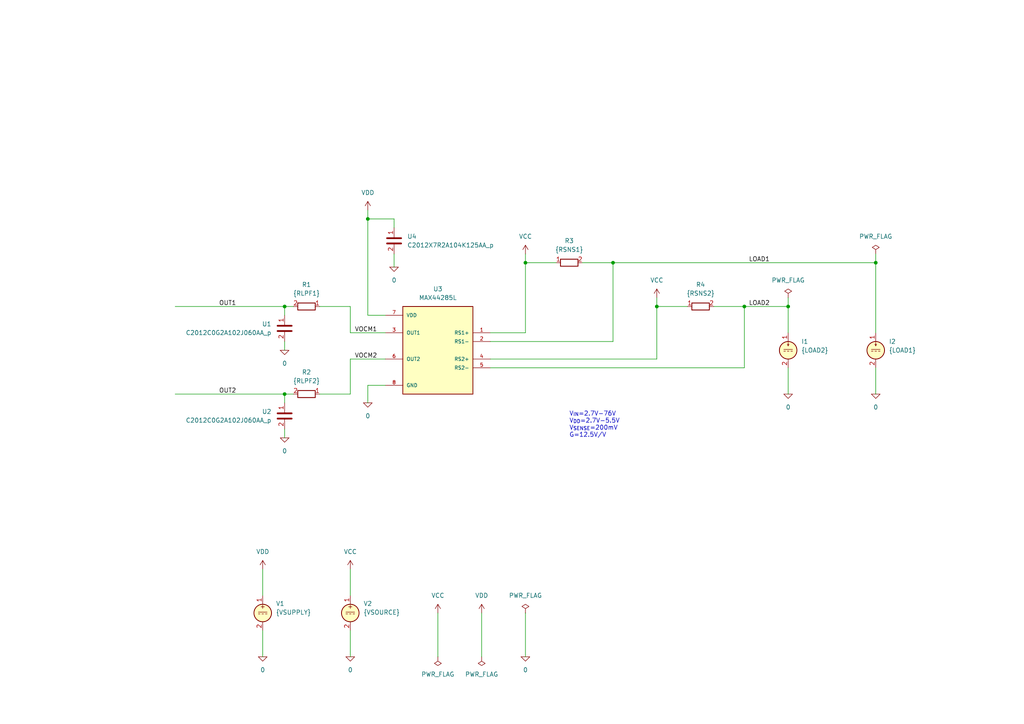
<source format=kicad_sch>
(kicad_sch
	(version 20231120)
	(generator "eeschema")
	(generator_version "8.0")
	(uuid "cae47d8e-b73c-49e6-bfd6-4ba52467c227")
	(paper "A4")
	(title_block
		(title "Dual channel current sense amplifier")
		(date "2024-10-26")
		(rev "3")
		(company "astroelectronic@")
		(comment 1 "-")
		(comment 2 "-")
		(comment 3 "-")
		(comment 4 "AE01001281")
	)
	(lib_symbols
		(symbol "C_1"
			(pin_names
				(offset 0.254)
			)
			(exclude_from_sim no)
			(in_bom yes)
			(on_board yes)
			(property "Reference" "C"
				(at 0.635 2.54 0)
				(effects
					(font
						(size 1.27 1.27)
					)
					(justify left)
				)
			)
			(property "Value" "C_1"
				(at 0.635 -2.54 0)
				(effects
					(font
						(size 1.27 1.27)
					)
					(justify left)
				)
			)
			(property "Footprint" ""
				(at 0.9652 -3.81 0)
				(effects
					(font
						(size 1.27 1.27)
					)
					(hide yes)
				)
			)
			(property "Datasheet" "~"
				(at 0 0 0)
				(effects
					(font
						(size 1.27 1.27)
					)
					(hide yes)
				)
			)
			(property "Description" "Unpolarized capacitor"
				(at 0 0 0)
				(effects
					(font
						(size 1.27 1.27)
					)
					(hide yes)
				)
			)
			(property "ki_keywords" "cap capacitor"
				(at 0 0 0)
				(effects
					(font
						(size 1.27 1.27)
					)
					(hide yes)
				)
			)
			(property "ki_fp_filters" "C_*"
				(at 0 0 0)
				(effects
					(font
						(size 1.27 1.27)
					)
					(hide yes)
				)
			)
			(symbol "C_1_0_1"
				(polyline
					(pts
						(xy -2.032 -0.762) (xy 2.032 -0.762)
					)
					(stroke
						(width 0.508)
						(type default)
					)
					(fill
						(type none)
					)
				)
				(polyline
					(pts
						(xy -2.032 0.762) (xy 2.032 0.762)
					)
					(stroke
						(width 0.508)
						(type default)
					)
					(fill
						(type none)
					)
				)
			)
			(symbol "C_1_1_1"
				(pin passive line
					(at 0 3.81 270)
					(length 2.794)
					(name "~"
						(effects
							(font
								(size 1.27 1.27)
							)
						)
					)
					(number "1"
						(effects
							(font
								(size 1.27 1.27)
							)
						)
					)
				)
				(pin passive line
					(at 0 -3.81 90)
					(length 2.794)
					(name "~"
						(effects
							(font
								(size 1.27 1.27)
							)
						)
					)
					(number "2"
						(effects
							(font
								(size 1.27 1.27)
							)
						)
					)
				)
			)
		)
		(symbol "C_2"
			(pin_names
				(offset 0.254)
			)
			(exclude_from_sim no)
			(in_bom yes)
			(on_board yes)
			(property "Reference" "C"
				(at 0.635 2.54 0)
				(effects
					(font
						(size 1.27 1.27)
					)
					(justify left)
				)
			)
			(property "Value" "C_2"
				(at 0.635 -2.54 0)
				(effects
					(font
						(size 1.27 1.27)
					)
					(justify left)
				)
			)
			(property "Footprint" ""
				(at 0.9652 -3.81 0)
				(effects
					(font
						(size 1.27 1.27)
					)
					(hide yes)
				)
			)
			(property "Datasheet" "~"
				(at 0 0 0)
				(effects
					(font
						(size 1.27 1.27)
					)
					(hide yes)
				)
			)
			(property "Description" "Unpolarized capacitor"
				(at 0 0 0)
				(effects
					(font
						(size 1.27 1.27)
					)
					(hide yes)
				)
			)
			(property "ki_keywords" "cap capacitor"
				(at 0 0 0)
				(effects
					(font
						(size 1.27 1.27)
					)
					(hide yes)
				)
			)
			(property "ki_fp_filters" "C_*"
				(at 0 0 0)
				(effects
					(font
						(size 1.27 1.27)
					)
					(hide yes)
				)
			)
			(symbol "C_2_0_1"
				(polyline
					(pts
						(xy -2.032 -0.762) (xy 2.032 -0.762)
					)
					(stroke
						(width 0.508)
						(type default)
					)
					(fill
						(type none)
					)
				)
				(polyline
					(pts
						(xy -2.032 0.762) (xy 2.032 0.762)
					)
					(stroke
						(width 0.508)
						(type default)
					)
					(fill
						(type none)
					)
				)
			)
			(symbol "C_2_1_1"
				(pin passive line
					(at 0 3.81 270)
					(length 2.794)
					(name "~"
						(effects
							(font
								(size 1.27 1.27)
							)
						)
					)
					(number "1"
						(effects
							(font
								(size 1.27 1.27)
							)
						)
					)
				)
				(pin passive line
					(at 0 -3.81 90)
					(length 2.794)
					(name "~"
						(effects
							(font
								(size 1.27 1.27)
							)
						)
					)
					(number "2"
						(effects
							(font
								(size 1.27 1.27)
							)
						)
					)
				)
			)
		)
		(symbol "IDC_1_1"
			(pin_names
				(offset 0.0254)
			)
			(exclude_from_sim no)
			(in_bom yes)
			(on_board yes)
			(property "Reference" "I"
				(at 2.54 2.54 0)
				(effects
					(font
						(size 1.27 1.27)
					)
					(justify left)
				)
			)
			(property "Value" "1"
				(at 2.54 0 0)
				(effects
					(font
						(size 1.27 1.27)
					)
					(justify left)
				)
			)
			(property "Footprint" ""
				(at 0 0 0)
				(effects
					(font
						(size 1.27 1.27)
					)
					(hide yes)
				)
			)
			(property "Datasheet" "~"
				(at 0 0 0)
				(effects
					(font
						(size 1.27 1.27)
					)
					(hide yes)
				)
			)
			(property "Description" "Current source, DC"
				(at 0 0 0)
				(effects
					(font
						(size 1.27 1.27)
					)
					(hide yes)
				)
			)
			(property "Sim.Pins" "1=+ 2=-"
				(at 0 0 0)
				(effects
					(font
						(size 1.27 1.27)
					)
					(hide yes)
				)
			)
			(property "Sim.Type" "DC"
				(at 0 0 0)
				(effects
					(font
						(size 1.27 1.27)
					)
					(hide yes)
				)
			)
			(property "Sim.Device" "I"
				(at 0 0 0)
				(effects
					(font
						(size 1.27 1.27)
					)
					(justify left)
					(hide yes)
				)
			)
			(property "Spice_Netlist_Enabled" "Y"
				(at 0 0 0)
				(effects
					(font
						(size 1.27 1.27)
					)
					(justify left)
					(hide yes)
				)
			)
			(property "ki_keywords" "simulation"
				(at 0 0 0)
				(effects
					(font
						(size 1.27 1.27)
					)
					(hide yes)
				)
			)
			(symbol "IDC_1_1_0_0"
				(polyline
					(pts
						(xy -1.27 0.254) (xy 1.27 0.254)
					)
					(stroke
						(width 0)
						(type default)
					)
					(fill
						(type none)
					)
				)
				(polyline
					(pts
						(xy -0.762 -0.254) (xy -1.27 -0.254)
					)
					(stroke
						(width 0)
						(type default)
					)
					(fill
						(type none)
					)
				)
				(polyline
					(pts
						(xy 0.254 -0.254) (xy -0.254 -0.254)
					)
					(stroke
						(width 0)
						(type default)
					)
					(fill
						(type none)
					)
				)
				(polyline
					(pts
						(xy 1.27 -0.254) (xy 0.762 -0.254)
					)
					(stroke
						(width 0)
						(type default)
					)
					(fill
						(type none)
					)
				)
			)
			(symbol "IDC_1_1_0_1"
				(polyline
					(pts
						(xy 0 1.27) (xy 0 2.286)
					)
					(stroke
						(width 0)
						(type default)
					)
					(fill
						(type none)
					)
				)
				(polyline
					(pts
						(xy -0.254 1.778) (xy 0 1.27) (xy 0.254 1.778)
					)
					(stroke
						(width 0)
						(type default)
					)
					(fill
						(type none)
					)
				)
				(circle
					(center 0 0)
					(radius 2.54)
					(stroke
						(width 0.254)
						(type default)
					)
					(fill
						(type background)
					)
				)
			)
			(symbol "IDC_1_1_1_1"
				(pin passive line
					(at 0 5.08 270)
					(length 2.54)
					(name "~"
						(effects
							(font
								(size 1.27 1.27)
							)
						)
					)
					(number "1"
						(effects
							(font
								(size 1.27 1.27)
							)
						)
					)
				)
				(pin passive line
					(at 0 -5.08 90)
					(length 2.54)
					(name "~"
						(effects
							(font
								(size 1.27 1.27)
							)
						)
					)
					(number "2"
						(effects
							(font
								(size 1.27 1.27)
							)
						)
					)
				)
			)
		)
		(symbol "MAX44285L:0"
			(power)
			(pin_names
				(offset 0)
			)
			(exclude_from_sim no)
			(in_bom yes)
			(on_board yes)
			(property "Reference" "#GND"
				(at 0 -2.54 0)
				(effects
					(font
						(size 1.27 1.27)
					)
					(hide yes)
				)
			)
			(property "Value" "0"
				(at 0 -1.778 0)
				(effects
					(font
						(size 1.27 1.27)
					)
				)
			)
			(property "Footprint" ""
				(at 0 0 0)
				(effects
					(font
						(size 1.27 1.27)
					)
					(hide yes)
				)
			)
			(property "Datasheet" "~"
				(at 0 0 0)
				(effects
					(font
						(size 1.27 1.27)
					)
					(hide yes)
				)
			)
			(property "Description" "0V reference potential for simulation"
				(at 0 0 0)
				(effects
					(font
						(size 1.27 1.27)
					)
					(hide yes)
				)
			)
			(property "ki_keywords" "simulation"
				(at 0 0 0)
				(effects
					(font
						(size 1.27 1.27)
					)
					(hide yes)
				)
			)
			(symbol "0_0_1"
				(polyline
					(pts
						(xy -1.27 0) (xy 0 -1.27) (xy 1.27 0) (xy -1.27 0)
					)
					(stroke
						(width 0)
						(type default)
					)
					(fill
						(type none)
					)
				)
			)
			(symbol "0_1_1"
				(pin power_in line
					(at 0 0 0)
					(length 0) hide
					(name "0"
						(effects
							(font
								(size 1.016 1.016)
							)
						)
					)
					(number "1"
						(effects
							(font
								(size 1.016 1.016)
							)
						)
					)
				)
			)
		)
		(symbol "MAX44285L:C"
			(pin_names
				(offset 0.254)
			)
			(exclude_from_sim no)
			(in_bom yes)
			(on_board yes)
			(property "Reference" "C"
				(at 0.635 2.54 0)
				(effects
					(font
						(size 1.27 1.27)
					)
					(justify left)
				)
			)
			(property "Value" "C"
				(at 0.635 -2.54 0)
				(effects
					(font
						(size 1.27 1.27)
					)
					(justify left)
				)
			)
			(property "Footprint" ""
				(at 0.9652 -3.81 0)
				(effects
					(font
						(size 1.27 1.27)
					)
					(hide yes)
				)
			)
			(property "Datasheet" "~"
				(at 0 0 0)
				(effects
					(font
						(size 1.27 1.27)
					)
					(hide yes)
				)
			)
			(property "Description" "Unpolarized capacitor"
				(at 0 0 0)
				(effects
					(font
						(size 1.27 1.27)
					)
					(hide yes)
				)
			)
			(property "ki_keywords" "cap capacitor"
				(at 0 0 0)
				(effects
					(font
						(size 1.27 1.27)
					)
					(hide yes)
				)
			)
			(property "ki_fp_filters" "C_*"
				(at 0 0 0)
				(effects
					(font
						(size 1.27 1.27)
					)
					(hide yes)
				)
			)
			(symbol "C_0_1"
				(polyline
					(pts
						(xy -2.032 -0.762) (xy 2.032 -0.762)
					)
					(stroke
						(width 0.508)
						(type default)
					)
					(fill
						(type none)
					)
				)
				(polyline
					(pts
						(xy -2.032 0.762) (xy 2.032 0.762)
					)
					(stroke
						(width 0.508)
						(type default)
					)
					(fill
						(type none)
					)
				)
			)
			(symbol "C_1_1"
				(pin passive line
					(at 0 3.81 270)
					(length 2.794)
					(name "~"
						(effects
							(font
								(size 1.27 1.27)
							)
						)
					)
					(number "1"
						(effects
							(font
								(size 1.27 1.27)
							)
						)
					)
				)
				(pin passive line
					(at 0 -3.81 90)
					(length 2.794)
					(name "~"
						(effects
							(font
								(size 1.27 1.27)
							)
						)
					)
					(number "2"
						(effects
							(font
								(size 1.27 1.27)
							)
						)
					)
				)
			)
		)
		(symbol "MAX44285L:IDC"
			(pin_names
				(offset 0.0254)
			)
			(exclude_from_sim no)
			(in_bom yes)
			(on_board yes)
			(property "Reference" "I"
				(at 2.54 2.54 0)
				(effects
					(font
						(size 1.27 1.27)
					)
					(justify left)
				)
			)
			(property "Value" "1"
				(at 2.54 0 0)
				(effects
					(font
						(size 1.27 1.27)
					)
					(justify left)
				)
			)
			(property "Footprint" ""
				(at 0 0 0)
				(effects
					(font
						(size 1.27 1.27)
					)
					(hide yes)
				)
			)
			(property "Datasheet" "~"
				(at 0 0 0)
				(effects
					(font
						(size 1.27 1.27)
					)
					(hide yes)
				)
			)
			(property "Description" "Current source, DC"
				(at 0 0 0)
				(effects
					(font
						(size 1.27 1.27)
					)
					(hide yes)
				)
			)
			(property "Sim.Pins" "1=+ 2=-"
				(at 0 0 0)
				(effects
					(font
						(size 1.27 1.27)
					)
					(hide yes)
				)
			)
			(property "Sim.Type" "DC"
				(at 0 0 0)
				(effects
					(font
						(size 1.27 1.27)
					)
					(hide yes)
				)
			)
			(property "Sim.Device" "I"
				(at 0 0 0)
				(effects
					(font
						(size 1.27 1.27)
					)
					(justify left)
					(hide yes)
				)
			)
			(property "Spice_Netlist_Enabled" "Y"
				(at 0 0 0)
				(effects
					(font
						(size 1.27 1.27)
					)
					(justify left)
					(hide yes)
				)
			)
			(property "ki_keywords" "simulation"
				(at 0 0 0)
				(effects
					(font
						(size 1.27 1.27)
					)
					(hide yes)
				)
			)
			(symbol "IDC_0_0"
				(polyline
					(pts
						(xy -1.27 0.254) (xy 1.27 0.254)
					)
					(stroke
						(width 0)
						(type default)
					)
					(fill
						(type none)
					)
				)
				(polyline
					(pts
						(xy -0.762 -0.254) (xy -1.27 -0.254)
					)
					(stroke
						(width 0)
						(type default)
					)
					(fill
						(type none)
					)
				)
				(polyline
					(pts
						(xy 0.254 -0.254) (xy -0.254 -0.254)
					)
					(stroke
						(width 0)
						(type default)
					)
					(fill
						(type none)
					)
				)
				(polyline
					(pts
						(xy 1.27 -0.254) (xy 0.762 -0.254)
					)
					(stroke
						(width 0)
						(type default)
					)
					(fill
						(type none)
					)
				)
			)
			(symbol "IDC_0_1"
				(polyline
					(pts
						(xy 0 1.27) (xy 0 2.286)
					)
					(stroke
						(width 0)
						(type default)
					)
					(fill
						(type none)
					)
				)
				(polyline
					(pts
						(xy -0.254 1.778) (xy 0 1.27) (xy 0.254 1.778)
					)
					(stroke
						(width 0)
						(type default)
					)
					(fill
						(type none)
					)
				)
				(circle
					(center 0 0)
					(radius 2.54)
					(stroke
						(width 0.254)
						(type default)
					)
					(fill
						(type background)
					)
				)
			)
			(symbol "IDC_1_1"
				(pin passive line
					(at 0 5.08 270)
					(length 2.54)
					(name "~"
						(effects
							(font
								(size 1.27 1.27)
							)
						)
					)
					(number "1"
						(effects
							(font
								(size 1.27 1.27)
							)
						)
					)
				)
				(pin passive line
					(at 0 -5.08 90)
					(length 2.54)
					(name "~"
						(effects
							(font
								(size 1.27 1.27)
							)
						)
					)
					(number "2"
						(effects
							(font
								(size 1.27 1.27)
							)
						)
					)
				)
			)
		)
		(symbol "MAX44285L:MAX44285L"
			(pin_names
				(offset 1.016)
			)
			(exclude_from_sim no)
			(in_bom yes)
			(on_board yes)
			(property "Reference" "U"
				(at -10.16 13.7 0)
				(effects
					(font
						(size 1.27 1.27)
					)
					(justify left bottom)
				)
			)
			(property "Value" "MAX44285L"
				(at -10.16 -16.7 0)
				(effects
					(font
						(size 1.27 1.27)
					)
					(justify left bottom)
				)
			)
			(property "Footprint" "Housings_SSOP:MSOP-8_3x3mm_Pitch0.65mm"
				(at 0 0 0)
				(effects
					(font
						(size 1.27 1.27)
					)
					(justify bottom)
					(hide yes)
				)
			)
			(property "Datasheet" "https://www.analog.com/media/en/technical-documentation/data-sheets/max44285.pdf"
				(at 0 0 0)
				(effects
					(font
						(size 1.27 1.27)
					)
					(hide yes)
				)
			)
			(property "Description" ""
				(at 0 0 0)
				(effects
					(font
						(size 1.27 1.27)
					)
					(hide yes)
				)
			)
			(symbol "MAX44285L_0_0"
				(rectangle
					(start -10.16 -12.7)
					(end 10.16 12.7)
					(stroke
						(width 0.254)
						(type default)
					)
					(fill
						(type background)
					)
				)
				(pin passive line
					(at -15.24 5.08 0)
					(length 5.08)
					(name "RS1+"
						(effects
							(font
								(size 1.016 1.016)
							)
						)
					)
					(number "1"
						(effects
							(font
								(size 1.016 1.016)
							)
						)
					)
				)
				(pin passive line
					(at -15.24 2.54 0)
					(length 5.08)
					(name "RS1-"
						(effects
							(font
								(size 1.016 1.016)
							)
						)
					)
					(number "2"
						(effects
							(font
								(size 1.016 1.016)
							)
						)
					)
				)
				(pin passive line
					(at 15.24 5.08 180)
					(length 5.08)
					(name "OUT1"
						(effects
							(font
								(size 1.016 1.016)
							)
						)
					)
					(number "3"
						(effects
							(font
								(size 1.016 1.016)
							)
						)
					)
				)
				(pin passive line
					(at -15.24 -2.54 0)
					(length 5.08)
					(name "RS2+"
						(effects
							(font
								(size 1.016 1.016)
							)
						)
					)
					(number "4"
						(effects
							(font
								(size 1.016 1.016)
							)
						)
					)
				)
				(pin passive line
					(at -15.24 -5.08 0)
					(length 5.08)
					(name "RS2-"
						(effects
							(font
								(size 1.016 1.016)
							)
						)
					)
					(number "5"
						(effects
							(font
								(size 1.016 1.016)
							)
						)
					)
				)
				(pin passive line
					(at 15.24 -2.54 180)
					(length 5.08)
					(name "OUT2"
						(effects
							(font
								(size 1.016 1.016)
							)
						)
					)
					(number "6"
						(effects
							(font
								(size 1.016 1.016)
							)
						)
					)
				)
				(pin passive line
					(at 15.24 10.16 180)
					(length 5.08)
					(name "VDD"
						(effects
							(font
								(size 1.016 1.016)
							)
						)
					)
					(number "7"
						(effects
							(font
								(size 1.016 1.016)
							)
						)
					)
				)
				(pin passive line
					(at 15.24 -10.16 180)
					(length 5.08)
					(name "GND"
						(effects
							(font
								(size 1.016 1.016)
							)
						)
					)
					(number "8"
						(effects
							(font
								(size 1.016 1.016)
							)
						)
					)
				)
			)
		)
		(symbol "MAX44285L:PWR_FLAG"
			(power)
			(pin_numbers hide)
			(pin_names
				(offset 0) hide)
			(exclude_from_sim no)
			(in_bom yes)
			(on_board yes)
			(property "Reference" "#FLG"
				(at 0 1.905 0)
				(effects
					(font
						(size 1.27 1.27)
					)
					(hide yes)
				)
			)
			(property "Value" "PWR_FLAG"
				(at 0 3.81 0)
				(effects
					(font
						(size 1.27 1.27)
					)
				)
			)
			(property "Footprint" ""
				(at 0 0 0)
				(effects
					(font
						(size 1.27 1.27)
					)
					(hide yes)
				)
			)
			(property "Datasheet" "~"
				(at 0 0 0)
				(effects
					(font
						(size 1.27 1.27)
					)
					(hide yes)
				)
			)
			(property "Description" "Special symbol for telling ERC where power comes from"
				(at 0 0 0)
				(effects
					(font
						(size 1.27 1.27)
					)
					(hide yes)
				)
			)
			(property "ki_keywords" "flag power"
				(at 0 0 0)
				(effects
					(font
						(size 1.27 1.27)
					)
					(hide yes)
				)
			)
			(symbol "PWR_FLAG_0_0"
				(pin power_out line
					(at 0 0 90)
					(length 0)
					(name "pwr"
						(effects
							(font
								(size 1.27 1.27)
							)
						)
					)
					(number "1"
						(effects
							(font
								(size 1.27 1.27)
							)
						)
					)
				)
			)
			(symbol "PWR_FLAG_0_1"
				(polyline
					(pts
						(xy 0 0) (xy 0 1.27) (xy -1.016 1.905) (xy 0 2.54) (xy 1.016 1.905) (xy 0 1.27)
					)
					(stroke
						(width 0)
						(type default)
					)
					(fill
						(type none)
					)
				)
			)
		)
		(symbol "MAX44285L:R"
			(pin_names
				(offset 0)
			)
			(exclude_from_sim no)
			(in_bom yes)
			(on_board yes)
			(property "Reference" "R"
				(at 2.032 0 90)
				(effects
					(font
						(size 1.27 1.27)
					)
				)
			)
			(property "Value" "R"
				(at 0 0 90)
				(effects
					(font
						(size 1.27 1.27)
					)
				)
			)
			(property "Footprint" ""
				(at -1.778 0 90)
				(effects
					(font
						(size 1.27 1.27)
					)
					(hide yes)
				)
			)
			(property "Datasheet" "~"
				(at 0 0 0)
				(effects
					(font
						(size 1.27 1.27)
					)
					(hide yes)
				)
			)
			(property "Description" "Resistor"
				(at 0 0 0)
				(effects
					(font
						(size 1.27 1.27)
					)
					(hide yes)
				)
			)
			(property "ki_keywords" "R res resistor"
				(at 0 0 0)
				(effects
					(font
						(size 1.27 1.27)
					)
					(hide yes)
				)
			)
			(property "ki_fp_filters" "R_*"
				(at 0 0 0)
				(effects
					(font
						(size 1.27 1.27)
					)
					(hide yes)
				)
			)
			(symbol "R_0_1"
				(rectangle
					(start -1.016 -2.54)
					(end 1.016 2.54)
					(stroke
						(width 0.254)
						(type default)
					)
					(fill
						(type none)
					)
				)
			)
			(symbol "R_1_1"
				(pin passive line
					(at 0 3.81 270)
					(length 1.27)
					(name "~"
						(effects
							(font
								(size 1.27 1.27)
							)
						)
					)
					(number "1"
						(effects
							(font
								(size 1.27 1.27)
							)
						)
					)
				)
				(pin passive line
					(at 0 -3.81 90)
					(length 1.27)
					(name "~"
						(effects
							(font
								(size 1.27 1.27)
							)
						)
					)
					(number "2"
						(effects
							(font
								(size 1.27 1.27)
							)
						)
					)
				)
			)
		)
		(symbol "MAX44285L:VCC"
			(power)
			(pin_names
				(offset 0)
			)
			(exclude_from_sim no)
			(in_bom yes)
			(on_board yes)
			(property "Reference" "#PWR"
				(at 0 -3.81 0)
				(effects
					(font
						(size 1.27 1.27)
					)
					(hide yes)
				)
			)
			(property "Value" "VCC"
				(at 0 3.81 0)
				(effects
					(font
						(size 1.27 1.27)
					)
				)
			)
			(property "Footprint" ""
				(at 0 0 0)
				(effects
					(font
						(size 1.27 1.27)
					)
					(hide yes)
				)
			)
			(property "Datasheet" ""
				(at 0 0 0)
				(effects
					(font
						(size 1.27 1.27)
					)
					(hide yes)
				)
			)
			(property "Description" "Power symbol creates a global label with name \"VCC\""
				(at 0 0 0)
				(effects
					(font
						(size 1.27 1.27)
					)
					(hide yes)
				)
			)
			(property "ki_keywords" "global power"
				(at 0 0 0)
				(effects
					(font
						(size 1.27 1.27)
					)
					(hide yes)
				)
			)
			(symbol "VCC_0_1"
				(polyline
					(pts
						(xy -0.762 1.27) (xy 0 2.54)
					)
					(stroke
						(width 0)
						(type default)
					)
					(fill
						(type none)
					)
				)
				(polyline
					(pts
						(xy 0 0) (xy 0 2.54)
					)
					(stroke
						(width 0)
						(type default)
					)
					(fill
						(type none)
					)
				)
				(polyline
					(pts
						(xy 0 2.54) (xy 0.762 1.27)
					)
					(stroke
						(width 0)
						(type default)
					)
					(fill
						(type none)
					)
				)
			)
			(symbol "VCC_1_1"
				(pin power_in line
					(at 0 0 90)
					(length 0) hide
					(name "VCC"
						(effects
							(font
								(size 1.27 1.27)
							)
						)
					)
					(number "1"
						(effects
							(font
								(size 1.27 1.27)
							)
						)
					)
				)
			)
		)
		(symbol "MAX44285L:VDC"
			(pin_names
				(offset 0.0254)
			)
			(exclude_from_sim no)
			(in_bom yes)
			(on_board yes)
			(property "Reference" "V"
				(at 2.54 2.54 0)
				(effects
					(font
						(size 1.27 1.27)
					)
					(justify left)
				)
			)
			(property "Value" "1"
				(at 2.54 0 0)
				(effects
					(font
						(size 1.27 1.27)
					)
					(justify left)
				)
			)
			(property "Footprint" ""
				(at 0 0 0)
				(effects
					(font
						(size 1.27 1.27)
					)
					(hide yes)
				)
			)
			(property "Datasheet" "~"
				(at 0 0 0)
				(effects
					(font
						(size 1.27 1.27)
					)
					(hide yes)
				)
			)
			(property "Description" "Voltage source, DC"
				(at 0 0 0)
				(effects
					(font
						(size 1.27 1.27)
					)
					(hide yes)
				)
			)
			(property "Sim.Pins" "1=+ 2=-"
				(at 0 0 0)
				(effects
					(font
						(size 1.27 1.27)
					)
					(hide yes)
				)
			)
			(property "Sim.Type" "DC"
				(at 0 0 0)
				(effects
					(font
						(size 1.27 1.27)
					)
					(hide yes)
				)
			)
			(property "Sim.Device" "V"
				(at 0 0 0)
				(effects
					(font
						(size 1.27 1.27)
					)
					(justify left)
					(hide yes)
				)
			)
			(property "Spice_Netlist_Enabled" "Y"
				(at 0 0 0)
				(effects
					(font
						(size 1.27 1.27)
					)
					(justify left)
					(hide yes)
				)
			)
			(property "ki_keywords" "simulation"
				(at 0 0 0)
				(effects
					(font
						(size 1.27 1.27)
					)
					(hide yes)
				)
			)
			(symbol "VDC_0_0"
				(polyline
					(pts
						(xy -1.27 0.254) (xy 1.27 0.254)
					)
					(stroke
						(width 0)
						(type default)
					)
					(fill
						(type none)
					)
				)
				(polyline
					(pts
						(xy -0.762 -0.254) (xy -1.27 -0.254)
					)
					(stroke
						(width 0)
						(type default)
					)
					(fill
						(type none)
					)
				)
				(polyline
					(pts
						(xy 0.254 -0.254) (xy -0.254 -0.254)
					)
					(stroke
						(width 0)
						(type default)
					)
					(fill
						(type none)
					)
				)
				(polyline
					(pts
						(xy 1.27 -0.254) (xy 0.762 -0.254)
					)
					(stroke
						(width 0)
						(type default)
					)
					(fill
						(type none)
					)
				)
				(text "+"
					(at 0 1.905 0)
					(effects
						(font
							(size 1.27 1.27)
						)
					)
				)
			)
			(symbol "VDC_0_1"
				(circle
					(center 0 0)
					(radius 2.54)
					(stroke
						(width 0.254)
						(type default)
					)
					(fill
						(type background)
					)
				)
			)
			(symbol "VDC_1_1"
				(pin passive line
					(at 0 5.08 270)
					(length 2.54)
					(name "~"
						(effects
							(font
								(size 1.27 1.27)
							)
						)
					)
					(number "1"
						(effects
							(font
								(size 1.27 1.27)
							)
						)
					)
				)
				(pin passive line
					(at 0 -5.08 90)
					(length 2.54)
					(name "~"
						(effects
							(font
								(size 1.27 1.27)
							)
						)
					)
					(number "2"
						(effects
							(font
								(size 1.27 1.27)
							)
						)
					)
				)
			)
		)
		(symbol "MAX44285L:VDD"
			(power)
			(pin_names
				(offset 0)
			)
			(exclude_from_sim no)
			(in_bom yes)
			(on_board yes)
			(property "Reference" "#PWR"
				(at 0 -3.81 0)
				(effects
					(font
						(size 1.27 1.27)
					)
					(hide yes)
				)
			)
			(property "Value" "VDD"
				(at 0 3.81 0)
				(effects
					(font
						(size 1.27 1.27)
					)
				)
			)
			(property "Footprint" ""
				(at 0 0 0)
				(effects
					(font
						(size 1.27 1.27)
					)
					(hide yes)
				)
			)
			(property "Datasheet" ""
				(at 0 0 0)
				(effects
					(font
						(size 1.27 1.27)
					)
					(hide yes)
				)
			)
			(property "Description" "Power symbol creates a global label with name \"VDD\""
				(at 0 0 0)
				(effects
					(font
						(size 1.27 1.27)
					)
					(hide yes)
				)
			)
			(property "ki_keywords" "global power"
				(at 0 0 0)
				(effects
					(font
						(size 1.27 1.27)
					)
					(hide yes)
				)
			)
			(symbol "VDD_0_1"
				(polyline
					(pts
						(xy -0.762 1.27) (xy 0 2.54)
					)
					(stroke
						(width 0)
						(type default)
					)
					(fill
						(type none)
					)
				)
				(polyline
					(pts
						(xy 0 0) (xy 0 2.54)
					)
					(stroke
						(width 0)
						(type default)
					)
					(fill
						(type none)
					)
				)
				(polyline
					(pts
						(xy 0 2.54) (xy 0.762 1.27)
					)
					(stroke
						(width 0)
						(type default)
					)
					(fill
						(type none)
					)
				)
			)
			(symbol "VDD_1_1"
				(pin power_in line
					(at 0 0 90)
					(length 0) hide
					(name "VDD"
						(effects
							(font
								(size 1.27 1.27)
							)
						)
					)
					(number "1"
						(effects
							(font
								(size 1.27 1.27)
							)
						)
					)
				)
			)
		)
		(symbol "R_1"
			(pin_names
				(offset 0)
			)
			(exclude_from_sim no)
			(in_bom yes)
			(on_board yes)
			(property "Reference" "R"
				(at 2.032 0 90)
				(effects
					(font
						(size 1.27 1.27)
					)
				)
			)
			(property "Value" "R_1"
				(at 0 0 90)
				(effects
					(font
						(size 1.27 1.27)
					)
				)
			)
			(property "Footprint" ""
				(at -1.778 0 90)
				(effects
					(font
						(size 1.27 1.27)
					)
					(hide yes)
				)
			)
			(property "Datasheet" "~"
				(at 0 0 0)
				(effects
					(font
						(size 1.27 1.27)
					)
					(hide yes)
				)
			)
			(property "Description" "Resistor"
				(at 0 0 0)
				(effects
					(font
						(size 1.27 1.27)
					)
					(hide yes)
				)
			)
			(property "ki_keywords" "R res resistor"
				(at 0 0 0)
				(effects
					(font
						(size 1.27 1.27)
					)
					(hide yes)
				)
			)
			(property "ki_fp_filters" "R_*"
				(at 0 0 0)
				(effects
					(font
						(size 1.27 1.27)
					)
					(hide yes)
				)
			)
			(symbol "R_1_0_1"
				(rectangle
					(start -1.016 -2.54)
					(end 1.016 2.54)
					(stroke
						(width 0.254)
						(type default)
					)
					(fill
						(type none)
					)
				)
			)
			(symbol "R_1_1_1"
				(pin passive line
					(at 0 3.81 270)
					(length 1.27)
					(name "~"
						(effects
							(font
								(size 1.27 1.27)
							)
						)
					)
					(number "1"
						(effects
							(font
								(size 1.27 1.27)
							)
						)
					)
				)
				(pin passive line
					(at 0 -3.81 90)
					(length 1.27)
					(name "~"
						(effects
							(font
								(size 1.27 1.27)
							)
						)
					)
					(number "2"
						(effects
							(font
								(size 1.27 1.27)
							)
						)
					)
				)
			)
		)
		(symbol "R_2"
			(pin_names
				(offset 0)
			)
			(exclude_from_sim no)
			(in_bom yes)
			(on_board yes)
			(property "Reference" "R"
				(at 2.032 0 90)
				(effects
					(font
						(size 1.27 1.27)
					)
				)
			)
			(property "Value" "R_2"
				(at 0 0 90)
				(effects
					(font
						(size 1.27 1.27)
					)
				)
			)
			(property "Footprint" ""
				(at -1.778 0 90)
				(effects
					(font
						(size 1.27 1.27)
					)
					(hide yes)
				)
			)
			(property "Datasheet" "~"
				(at 0 0 0)
				(effects
					(font
						(size 1.27 1.27)
					)
					(hide yes)
				)
			)
			(property "Description" "Resistor"
				(at 0 0 0)
				(effects
					(font
						(size 1.27 1.27)
					)
					(hide yes)
				)
			)
			(property "ki_keywords" "R res resistor"
				(at 0 0 0)
				(effects
					(font
						(size 1.27 1.27)
					)
					(hide yes)
				)
			)
			(property "ki_fp_filters" "R_*"
				(at 0 0 0)
				(effects
					(font
						(size 1.27 1.27)
					)
					(hide yes)
				)
			)
			(symbol "R_2_0_1"
				(rectangle
					(start -1.016 -2.54)
					(end 1.016 2.54)
					(stroke
						(width 0.254)
						(type default)
					)
					(fill
						(type none)
					)
				)
			)
			(symbol "R_2_1_1"
				(pin passive line
					(at 0 3.81 270)
					(length 1.27)
					(name "~"
						(effects
							(font
								(size 1.27 1.27)
							)
						)
					)
					(number "1"
						(effects
							(font
								(size 1.27 1.27)
							)
						)
					)
				)
				(pin passive line
					(at 0 -3.81 90)
					(length 1.27)
					(name "~"
						(effects
							(font
								(size 1.27 1.27)
							)
						)
					)
					(number "2"
						(effects
							(font
								(size 1.27 1.27)
							)
						)
					)
				)
			)
		)
		(symbol "R_3"
			(pin_names
				(offset 0)
			)
			(exclude_from_sim no)
			(in_bom yes)
			(on_board yes)
			(property "Reference" "R"
				(at 2.032 0 90)
				(effects
					(font
						(size 1.27 1.27)
					)
				)
			)
			(property "Value" "R_3"
				(at 0 0 90)
				(effects
					(font
						(size 1.27 1.27)
					)
				)
			)
			(property "Footprint" ""
				(at -1.778 0 90)
				(effects
					(font
						(size 1.27 1.27)
					)
					(hide yes)
				)
			)
			(property "Datasheet" "~"
				(at 0 0 0)
				(effects
					(font
						(size 1.27 1.27)
					)
					(hide yes)
				)
			)
			(property "Description" "Resistor"
				(at 0 0 0)
				(effects
					(font
						(size 1.27 1.27)
					)
					(hide yes)
				)
			)
			(property "ki_keywords" "R res resistor"
				(at 0 0 0)
				(effects
					(font
						(size 1.27 1.27)
					)
					(hide yes)
				)
			)
			(property "ki_fp_filters" "R_*"
				(at 0 0 0)
				(effects
					(font
						(size 1.27 1.27)
					)
					(hide yes)
				)
			)
			(symbol "R_3_0_1"
				(rectangle
					(start -1.016 -2.54)
					(end 1.016 2.54)
					(stroke
						(width 0.254)
						(type default)
					)
					(fill
						(type none)
					)
				)
			)
			(symbol "R_3_1_1"
				(pin passive line
					(at 0 3.81 270)
					(length 1.27)
					(name "~"
						(effects
							(font
								(size 1.27 1.27)
							)
						)
					)
					(number "1"
						(effects
							(font
								(size 1.27 1.27)
							)
						)
					)
				)
				(pin passive line
					(at 0 -3.81 90)
					(length 1.27)
					(name "~"
						(effects
							(font
								(size 1.27 1.27)
							)
						)
					)
					(number "2"
						(effects
							(font
								(size 1.27 1.27)
							)
						)
					)
				)
			)
		)
		(symbol "VDC_1_1"
			(pin_names
				(offset 0.0254)
			)
			(exclude_from_sim no)
			(in_bom yes)
			(on_board yes)
			(property "Reference" "V"
				(at 2.54 2.54 0)
				(effects
					(font
						(size 1.27 1.27)
					)
					(justify left)
				)
			)
			(property "Value" "1"
				(at 2.54 0 0)
				(effects
					(font
						(size 1.27 1.27)
					)
					(justify left)
				)
			)
			(property "Footprint" ""
				(at 0 0 0)
				(effects
					(font
						(size 1.27 1.27)
					)
					(hide yes)
				)
			)
			(property "Datasheet" "~"
				(at 0 0 0)
				(effects
					(font
						(size 1.27 1.27)
					)
					(hide yes)
				)
			)
			(property "Description" "Voltage source, DC"
				(at 0 0 0)
				(effects
					(font
						(size 1.27 1.27)
					)
					(hide yes)
				)
			)
			(property "Sim.Pins" "1=+ 2=-"
				(at 0 0 0)
				(effects
					(font
						(size 1.27 1.27)
					)
					(hide yes)
				)
			)
			(property "Sim.Type" "DC"
				(at 0 0 0)
				(effects
					(font
						(size 1.27 1.27)
					)
					(hide yes)
				)
			)
			(property "Sim.Device" "V"
				(at 0 0 0)
				(effects
					(font
						(size 1.27 1.27)
					)
					(justify left)
					(hide yes)
				)
			)
			(property "Spice_Netlist_Enabled" "Y"
				(at 0 0 0)
				(effects
					(font
						(size 1.27 1.27)
					)
					(justify left)
					(hide yes)
				)
			)
			(property "ki_keywords" "simulation"
				(at 0 0 0)
				(effects
					(font
						(size 1.27 1.27)
					)
					(hide yes)
				)
			)
			(symbol "VDC_1_1_0_0"
				(polyline
					(pts
						(xy -1.27 0.254) (xy 1.27 0.254)
					)
					(stroke
						(width 0)
						(type default)
					)
					(fill
						(type none)
					)
				)
				(polyline
					(pts
						(xy -0.762 -0.254) (xy -1.27 -0.254)
					)
					(stroke
						(width 0)
						(type default)
					)
					(fill
						(type none)
					)
				)
				(polyline
					(pts
						(xy 0.254 -0.254) (xy -0.254 -0.254)
					)
					(stroke
						(width 0)
						(type default)
					)
					(fill
						(type none)
					)
				)
				(polyline
					(pts
						(xy 1.27 -0.254) (xy 0.762 -0.254)
					)
					(stroke
						(width 0)
						(type default)
					)
					(fill
						(type none)
					)
				)
				(text "+"
					(at 0 1.905 0)
					(effects
						(font
							(size 1.27 1.27)
						)
					)
				)
			)
			(symbol "VDC_1_1_0_1"
				(circle
					(center 0 0)
					(radius 2.54)
					(stroke
						(width 0.254)
						(type default)
					)
					(fill
						(type background)
					)
				)
			)
			(symbol "VDC_1_1_1_1"
				(pin passive line
					(at 0 5.08 270)
					(length 2.54)
					(name "~"
						(effects
							(font
								(size 1.27 1.27)
							)
						)
					)
					(number "1"
						(effects
							(font
								(size 1.27 1.27)
							)
						)
					)
				)
				(pin passive line
					(at 0 -5.08 90)
					(length 2.54)
					(name "~"
						(effects
							(font
								(size 1.27 1.27)
							)
						)
					)
					(number "2"
						(effects
							(font
								(size 1.27 1.27)
							)
						)
					)
				)
			)
		)
	)
	(junction
		(at 106.68 63.5)
		(diameter 0)
		(color 0 0 0 0)
		(uuid "249fc5fa-2b0a-44d3-8614-956ff48c5ef5")
	)
	(junction
		(at 82.55 88.9)
		(diameter 0)
		(color 0 0 0 0)
		(uuid "35289735-52d2-4899-a0e6-a277647873fa")
	)
	(junction
		(at 177.8 76.2)
		(diameter 0)
		(color 0 0 0 0)
		(uuid "4088406d-c750-4be5-a2a1-e467ec225dc2")
	)
	(junction
		(at 215.9 88.9)
		(diameter 0)
		(color 0 0 0 0)
		(uuid "67ff6146-cff3-4e69-9c53-6ccd28d07329")
	)
	(junction
		(at 82.55 114.3)
		(diameter 0)
		(color 0 0 0 0)
		(uuid "9b40e0ee-c5df-4ca1-8e0e-8cc173ab9f48")
	)
	(junction
		(at 228.6 88.9)
		(diameter 0)
		(color 0 0 0 0)
		(uuid "ab35aac0-af3b-4416-9891-d5a3774eca84")
	)
	(junction
		(at 152.4 76.2)
		(diameter 0)
		(color 0 0 0 0)
		(uuid "c50ac667-46cf-45d0-9952-0d572018e41c")
	)
	(junction
		(at 190.5 88.9)
		(diameter 0)
		(color 0 0 0 0)
		(uuid "efe6f830-925e-4f0d-a6bc-b4442d99e8e7")
	)
	(junction
		(at 254 76.2)
		(diameter 0)
		(color 0 0 0 0)
		(uuid "fb407aee-9c83-457e-b238-66bb74214066")
	)
	(wire
		(pts
			(xy 82.55 99.06) (xy 82.55 101.6)
		)
		(stroke
			(width 0)
			(type default)
		)
		(uuid "0179d1d3-f156-4596-8bc0-3059a7d6d011")
	)
	(wire
		(pts
			(xy 111.76 96.52) (xy 101.6 96.52)
		)
		(stroke
			(width 0)
			(type default)
		)
		(uuid "067c8e98-0f53-4e38-8b72-f4e68d6394df")
	)
	(wire
		(pts
			(xy 142.24 106.68) (xy 215.9 106.68)
		)
		(stroke
			(width 0)
			(type default)
		)
		(uuid "068e0dcd-866f-4e67-9e98-9e18bb56b126")
	)
	(wire
		(pts
			(xy 101.6 96.52) (xy 101.6 88.9)
		)
		(stroke
			(width 0)
			(type default)
		)
		(uuid "0eb2880a-494c-45b9-8ea3-bab36163f3be")
	)
	(wire
		(pts
			(xy 82.55 127) (xy 82.55 124.46)
		)
		(stroke
			(width 0)
			(type default)
		)
		(uuid "0f726da6-ea87-4f2c-9141-4b4f80d8f954")
	)
	(wire
		(pts
			(xy 177.8 76.2) (xy 168.91 76.2)
		)
		(stroke
			(width 0)
			(type default)
		)
		(uuid "17466a7f-fe59-4394-acde-6b943c9219a3")
	)
	(wire
		(pts
			(xy 152.4 76.2) (xy 161.29 76.2)
		)
		(stroke
			(width 0)
			(type default)
		)
		(uuid "1f0f1d59-f5a2-4fc4-b2b7-cea2526af691")
	)
	(wire
		(pts
			(xy 228.6 96.52) (xy 228.6 88.9)
		)
		(stroke
			(width 0)
			(type default)
		)
		(uuid "21a7fc59-34d4-48f6-ae9b-ed53171a4e74")
	)
	(wire
		(pts
			(xy 152.4 76.2) (xy 152.4 73.66)
		)
		(stroke
			(width 0)
			(type default)
		)
		(uuid "283c3ea1-acc2-49cd-8db4-561a0d412988")
	)
	(wire
		(pts
			(xy 111.76 91.44) (xy 106.68 91.44)
		)
		(stroke
			(width 0)
			(type default)
		)
		(uuid "41ddf6bd-6d66-4e79-95eb-4e088ba7e509")
	)
	(wire
		(pts
			(xy 101.6 165.1) (xy 101.6 172.72)
		)
		(stroke
			(width 0)
			(type default)
		)
		(uuid "42498ed2-43dc-4446-86cf-341d0270af3a")
	)
	(wire
		(pts
			(xy 127 190.5) (xy 127 177.8)
		)
		(stroke
			(width 0)
			(type default)
		)
		(uuid "451dd35d-07f2-49a4-bcf7-65c6daeadf98")
	)
	(wire
		(pts
			(xy 101.6 88.9) (xy 92.71 88.9)
		)
		(stroke
			(width 0)
			(type default)
		)
		(uuid "4b288c2d-2869-47da-8e26-6cafc5072a26")
	)
	(wire
		(pts
			(xy 106.68 111.76) (xy 106.68 116.84)
		)
		(stroke
			(width 0)
			(type default)
		)
		(uuid "4cdebbbb-c5ce-44cf-9970-0d03acf4bc21")
	)
	(wire
		(pts
			(xy 50.8 114.3) (xy 82.55 114.3)
		)
		(stroke
			(width 0)
			(type default)
		)
		(uuid "4f7e51f1-8b53-4403-9b87-86c2a26b0a60")
	)
	(wire
		(pts
			(xy 215.9 88.9) (xy 228.6 88.9)
		)
		(stroke
			(width 0)
			(type default)
		)
		(uuid "52be3265-9319-480e-bf38-5cd7cd7a9ca5")
	)
	(wire
		(pts
			(xy 111.76 104.14) (xy 101.6 104.14)
		)
		(stroke
			(width 0)
			(type default)
		)
		(uuid "52e40b21-ec37-421a-af0d-f2696a5e9bd4")
	)
	(wire
		(pts
			(xy 50.8 88.9) (xy 82.55 88.9)
		)
		(stroke
			(width 0)
			(type default)
		)
		(uuid "53f5d98b-16f1-44fd-9bb0-4699e6a7c4ef")
	)
	(wire
		(pts
			(xy 228.6 114.3) (xy 228.6 106.68)
		)
		(stroke
			(width 0)
			(type default)
		)
		(uuid "58659152-44a3-4176-8d2b-3e06173284dc")
	)
	(wire
		(pts
			(xy 92.71 114.3) (xy 101.6 114.3)
		)
		(stroke
			(width 0)
			(type default)
		)
		(uuid "597c2392-9d27-4471-826a-875135358cf7")
	)
	(wire
		(pts
			(xy 190.5 88.9) (xy 199.39 88.9)
		)
		(stroke
			(width 0)
			(type default)
		)
		(uuid "66fdce16-b94d-445f-9e3b-ed64cb107c6f")
	)
	(wire
		(pts
			(xy 215.9 88.9) (xy 215.9 106.68)
		)
		(stroke
			(width 0)
			(type default)
		)
		(uuid "7120f1eb-d6a5-4f79-8cdb-a940dea4da56")
	)
	(wire
		(pts
			(xy 142.24 96.52) (xy 152.4 96.52)
		)
		(stroke
			(width 0)
			(type default)
		)
		(uuid "725ceb1b-e296-4b4d-a0ab-992fc1fc8923")
	)
	(wire
		(pts
			(xy 152.4 190.5) (xy 152.4 177.8)
		)
		(stroke
			(width 0)
			(type default)
		)
		(uuid "91210d31-21ae-43e2-a7c2-4f146436b45c")
	)
	(wire
		(pts
			(xy 101.6 104.14) (xy 101.6 114.3)
		)
		(stroke
			(width 0)
			(type default)
		)
		(uuid "93e2f111-c1e4-4d31-8d2b-5cf3beacc94d")
	)
	(wire
		(pts
			(xy 82.55 114.3) (xy 82.55 116.84)
		)
		(stroke
			(width 0)
			(type default)
		)
		(uuid "99f72249-37b0-4584-82e2-7b4235b4172a")
	)
	(wire
		(pts
			(xy 152.4 76.2) (xy 152.4 96.52)
		)
		(stroke
			(width 0)
			(type default)
		)
		(uuid "a72b60b5-e390-45e7-b380-bf23d9bb7533")
	)
	(wire
		(pts
			(xy 190.5 88.9) (xy 190.5 104.14)
		)
		(stroke
			(width 0)
			(type default)
		)
		(uuid "a8013f2d-d089-453d-a88c-ce96264f1be0")
	)
	(wire
		(pts
			(xy 142.24 104.14) (xy 190.5 104.14)
		)
		(stroke
			(width 0)
			(type default)
		)
		(uuid "a9960bed-03fa-4baf-92bc-ffaecc9b0cb8")
	)
	(wire
		(pts
			(xy 106.68 63.5) (xy 114.3 63.5)
		)
		(stroke
			(width 0)
			(type default)
		)
		(uuid "ab5419a4-e846-497b-a59f-38455252eda0")
	)
	(wire
		(pts
			(xy 82.55 114.3) (xy 85.09 114.3)
		)
		(stroke
			(width 0)
			(type default)
		)
		(uuid "aceea45e-1296-455d-96b4-e8d764316377")
	)
	(wire
		(pts
			(xy 82.55 88.9) (xy 82.55 91.44)
		)
		(stroke
			(width 0)
			(type default)
		)
		(uuid "af9e5c36-65fe-459f-9f06-e5bd14674f5e")
	)
	(wire
		(pts
			(xy 177.8 99.06) (xy 177.8 76.2)
		)
		(stroke
			(width 0)
			(type default)
		)
		(uuid "b0921107-5a84-49f8-b28c-6e7efed63643")
	)
	(wire
		(pts
			(xy 114.3 77.47) (xy 114.3 73.66)
		)
		(stroke
			(width 0)
			(type default)
		)
		(uuid "b46115ce-ddc5-45c8-a293-159ec00d1c81")
	)
	(wire
		(pts
			(xy 111.76 111.76) (xy 106.68 111.76)
		)
		(stroke
			(width 0)
			(type default)
		)
		(uuid "ba38cba8-68e9-44bd-a4c1-3b4d9adb4a24")
	)
	(wire
		(pts
			(xy 76.2 165.1) (xy 76.2 172.72)
		)
		(stroke
			(width 0)
			(type default)
		)
		(uuid "bab8aa8c-6109-42ef-8e96-2f6a097e3f2e")
	)
	(wire
		(pts
			(xy 228.6 88.9) (xy 228.6 86.36)
		)
		(stroke
			(width 0)
			(type default)
		)
		(uuid "bde4a731-7e31-4da1-ab11-3266d7b40f15")
	)
	(wire
		(pts
			(xy 106.68 63.5) (xy 106.68 91.44)
		)
		(stroke
			(width 0)
			(type default)
		)
		(uuid "bf199ed6-be6e-43af-8967-0ff2775c306e")
	)
	(wire
		(pts
			(xy 101.6 182.88) (xy 101.6 190.5)
		)
		(stroke
			(width 0)
			(type default)
		)
		(uuid "c37bd91d-ce83-4290-85af-8e675491d4e6")
	)
	(wire
		(pts
			(xy 177.8 76.2) (xy 254 76.2)
		)
		(stroke
			(width 0)
			(type default)
		)
		(uuid "c3eb6432-5a88-4000-81a3-ec7ea4154fba")
	)
	(wire
		(pts
			(xy 254 106.68) (xy 254 114.3)
		)
		(stroke
			(width 0)
			(type default)
		)
		(uuid "c7462315-99c7-4006-88c8-33409d0db4b5")
	)
	(wire
		(pts
			(xy 114.3 66.04) (xy 114.3 63.5)
		)
		(stroke
			(width 0)
			(type default)
		)
		(uuid "c98cdc9c-54f8-4a3e-b534-3f5fb0c0d911")
	)
	(wire
		(pts
			(xy 106.68 63.5) (xy 106.68 60.96)
		)
		(stroke
			(width 0)
			(type default)
		)
		(uuid "caf7d14c-b96a-4701-8027-1d41c76fe9cd")
	)
	(wire
		(pts
			(xy 82.55 88.9) (xy 85.09 88.9)
		)
		(stroke
			(width 0)
			(type default)
		)
		(uuid "cf8bd8c1-a057-4d5f-b10b-5bae4836c5a8")
	)
	(wire
		(pts
			(xy 215.9 88.9) (xy 207.01 88.9)
		)
		(stroke
			(width 0)
			(type default)
		)
		(uuid "d5d7d4cb-f574-4845-a0dc-c2d50dd77697")
	)
	(wire
		(pts
			(xy 254 73.66) (xy 254 76.2)
		)
		(stroke
			(width 0)
			(type default)
		)
		(uuid "d733156f-c244-4765-966e-b3f0db93d8ca")
	)
	(wire
		(pts
			(xy 254 76.2) (xy 254 96.52)
		)
		(stroke
			(width 0)
			(type default)
		)
		(uuid "db5ad195-e6b3-4dac-ac1b-0b9e87dd80ca")
	)
	(wire
		(pts
			(xy 142.24 99.06) (xy 177.8 99.06)
		)
		(stroke
			(width 0)
			(type default)
		)
		(uuid "dee7f303-f689-4b12-91d7-a2294acead49")
	)
	(wire
		(pts
			(xy 139.7 190.5) (xy 139.7 177.8)
		)
		(stroke
			(width 0)
			(type default)
		)
		(uuid "e24bb29c-3991-4d9b-878f-8ec02559f607")
	)
	(wire
		(pts
			(xy 190.5 86.36) (xy 190.5 88.9)
		)
		(stroke
			(width 0)
			(type default)
		)
		(uuid "ed83ee0b-e47e-4c58-9a76-26b59b1bd6ba")
	)
	(wire
		(pts
			(xy 76.2 182.88) (xy 76.2 190.5)
		)
		(stroke
			(width 0)
			(type default)
		)
		(uuid "efb2cd26-cb4c-46f7-9470-4ae7867f41a9")
	)
	(text "V_{IN}=2.7V-76V\nV_{DD}=2.7V-5.5V\nV_{SENSE}=200mV\nG=12.5V/V"
		(exclude_from_sim no)
		(at 165.1 127 0)
		(effects
			(font
				(size 1.27 1.27)
			)
			(justify left bottom)
		)
		(uuid "b31745a7-ff32-41fd-aa90-90fd0c1f9c15")
	)
	(label "OUT2"
		(at 63.5 114.3 0)
		(fields_autoplaced yes)
		(effects
			(font
				(size 1.27 1.27)
			)
			(justify left bottom)
		)
		(uuid "07a6b508-2936-4708-ab31-257ff47e2749")
	)
	(label "LOAD1"
		(at 217.17 76.2 0)
		(fields_autoplaced yes)
		(effects
			(font
				(size 1.27 1.27)
			)
			(justify left bottom)
		)
		(uuid "354b863b-8935-4ec3-b407-aaa27c2c6d8e")
	)
	(label "OUT1"
		(at 63.5 88.9 0)
		(fields_autoplaced yes)
		(effects
			(font
				(size 1.27 1.27)
			)
			(justify left bottom)
		)
		(uuid "4710a411-ae08-4146-9275-f8e569e083be")
	)
	(label "LOAD2"
		(at 217.17 88.9 0)
		(fields_autoplaced yes)
		(effects
			(font
				(size 1.27 1.27)
			)
			(justify left bottom)
		)
		(uuid "c473c589-8799-43e5-a56b-e7eaea49a115")
	)
	(label "VOCM2"
		(at 102.87 104.14 0)
		(fields_autoplaced yes)
		(effects
			(font
				(size 1.27 1.27)
			)
			(justify left bottom)
		)
		(uuid "cb0e73db-f73a-4ba1-9107-4ead7a092884")
	)
	(label "VOCM1"
		(at 102.87 96.52 0)
		(fields_autoplaced yes)
		(effects
			(font
				(size 1.27 1.27)
			)
			(justify left bottom)
		)
		(uuid "f2cb9c79-3240-4370-b5bb-28bd83a5afd3")
	)
	(symbol
		(lib_id "MAX44285L:VCC")
		(at 190.5 86.36 0)
		(unit 1)
		(exclude_from_sim no)
		(in_bom yes)
		(on_board yes)
		(dnp no)
		(fields_autoplaced yes)
		(uuid "03cdf08d-18f8-4609-8200-e7408bc40a3b")
		(property "Reference" "#PWR07"
			(at 190.5 90.17 0)
			(effects
				(font
					(size 1.27 1.27)
				)
				(hide yes)
			)
		)
		(property "Value" "VCC"
			(at 190.5 81.28 0)
			(effects
				(font
					(size 1.27 1.27)
				)
			)
		)
		(property "Footprint" ""
			(at 190.5 86.36 0)
			(effects
				(font
					(size 1.27 1.27)
				)
				(hide yes)
			)
		)
		(property "Datasheet" ""
			(at 190.5 86.36 0)
			(effects
				(font
					(size 1.27 1.27)
				)
				(hide yes)
			)
		)
		(property "Description" ""
			(at 190.5 86.36 0)
			(effects
				(font
					(size 1.27 1.27)
				)
				(hide yes)
			)
		)
		(pin "1"
			(uuid "b3064371-5a2c-4817-be62-0f451cbd8912")
		)
		(instances
			(project ""
				(path "/cae47d8e-b73c-49e6-bfd6-4ba52467c227"
					(reference "#PWR07")
					(unit 1)
				)
			)
		)
	)
	(symbol
		(lib_name "R_3")
		(lib_id "MAX44285L:R_3")
		(at 165.1 76.2 90)
		(unit 1)
		(exclude_from_sim no)
		(in_bom yes)
		(on_board yes)
		(dnp no)
		(fields_autoplaced yes)
		(uuid "09e9f5a9-3c00-468f-9b56-5fcd7b818954")
		(property "Reference" "R3"
			(at 165.1 69.85 90)
			(effects
				(font
					(size 1.27 1.27)
				)
			)
		)
		(property "Value" "{RSNS1}"
			(at 165.1 72.39 90)
			(effects
				(font
					(size 1.27 1.27)
				)
			)
		)
		(property "Footprint" ""
			(at 165.1 77.978 90)
			(effects
				(font
					(size 1.27 1.27)
				)
				(hide yes)
			)
		)
		(property "Datasheet" "~"
			(at 165.1 76.2 0)
			(effects
				(font
					(size 1.27 1.27)
				)
				(hide yes)
			)
		)
		(property "Description" ""
			(at 165.1 76.2 0)
			(effects
				(font
					(size 1.27 1.27)
				)
				(hide yes)
			)
		)
		(pin "1"
			(uuid "b900a5f8-af2c-423b-af7b-c4b283fcc8c0")
		)
		(pin "2"
			(uuid "f5b5d826-c5be-4405-b7f8-e436659399cb")
		)
		(instances
			(project ""
				(path "/cae47d8e-b73c-49e6-bfd6-4ba52467c227"
					(reference "R3")
					(unit 1)
				)
			)
		)
	)
	(symbol
		(lib_id "MAX44285L:0")
		(at 254 114.3 0)
		(unit 1)
		(exclude_from_sim no)
		(in_bom yes)
		(on_board yes)
		(dnp no)
		(fields_autoplaced yes)
		(uuid "12aa2458-2cc7-40e5-bff7-60eca4fdbb23")
		(property "Reference" "#GND09"
			(at 254 116.84 0)
			(effects
				(font
					(size 1.27 1.27)
				)
				(hide yes)
			)
		)
		(property "Value" "0"
			(at 254 118.11 0)
			(effects
				(font
					(size 1.27 1.27)
				)
			)
		)
		(property "Footprint" ""
			(at 254 114.3 0)
			(effects
				(font
					(size 1.27 1.27)
				)
				(hide yes)
			)
		)
		(property "Datasheet" "~"
			(at 254 114.3 0)
			(effects
				(font
					(size 1.27 1.27)
				)
				(hide yes)
			)
		)
		(property "Description" ""
			(at 254 114.3 0)
			(effects
				(font
					(size 1.27 1.27)
				)
				(hide yes)
			)
		)
		(pin "1"
			(uuid "36f5886e-c159-495d-8193-0d6ee1662d0d")
		)
		(instances
			(project ""
				(path "/cae47d8e-b73c-49e6-bfd6-4ba52467c227"
					(reference "#GND09")
					(unit 1)
				)
			)
		)
	)
	(symbol
		(lib_name "R_2")
		(lib_id "MAX44285L:R_2")
		(at 88.9 114.3 270)
		(mirror x)
		(unit 1)
		(exclude_from_sim no)
		(in_bom yes)
		(on_board yes)
		(dnp no)
		(fields_autoplaced yes)
		(uuid "17eec103-566e-45d8-ace7-2adf20f6f67a")
		(property "Reference" "R2"
			(at 88.9 107.95 90)
			(effects
				(font
					(size 1.27 1.27)
				)
			)
		)
		(property "Value" "{RLPF2}"
			(at 88.9 110.49 90)
			(effects
				(font
					(size 1.27 1.27)
				)
			)
		)
		(property "Footprint" ""
			(at 88.9 116.078 90)
			(effects
				(font
					(size 1.27 1.27)
				)
				(hide yes)
			)
		)
		(property "Datasheet" "~"
			(at 88.9 114.3 0)
			(effects
				(font
					(size 1.27 1.27)
				)
				(hide yes)
			)
		)
		(property "Description" ""
			(at 88.9 114.3 0)
			(effects
				(font
					(size 1.27 1.27)
				)
				(hide yes)
			)
		)
		(pin "1"
			(uuid "0a00e2f4-2d2d-4408-96d3-9685f12fa2e1")
		)
		(pin "2"
			(uuid "b9371018-38bf-4a99-8981-346c6ef626ec")
		)
		(instances
			(project ""
				(path "/cae47d8e-b73c-49e6-bfd6-4ba52467c227"
					(reference "R2")
					(unit 1)
				)
			)
		)
	)
	(symbol
		(lib_id "MAX44285L:0")
		(at 152.4 190.5 0)
		(unit 1)
		(exclude_from_sim no)
		(in_bom yes)
		(on_board yes)
		(dnp no)
		(fields_autoplaced yes)
		(uuid "30f5cd1a-d962-42ca-8882-4b2e36dcc750")
		(property "Reference" "#GND07"
			(at 152.4 193.04 0)
			(effects
				(font
					(size 1.27 1.27)
				)
				(hide yes)
			)
		)
		(property "Value" "0"
			(at 152.4 194.31 0)
			(effects
				(font
					(size 1.27 1.27)
				)
			)
		)
		(property "Footprint" ""
			(at 152.4 190.5 0)
			(effects
				(font
					(size 1.27 1.27)
				)
				(hide yes)
			)
		)
		(property "Datasheet" "~"
			(at 152.4 190.5 0)
			(effects
				(font
					(size 1.27 1.27)
				)
				(hide yes)
			)
		)
		(property "Description" ""
			(at 152.4 190.5 0)
			(effects
				(font
					(size 1.27 1.27)
				)
				(hide yes)
			)
		)
		(pin "1"
			(uuid "3d83d7a2-1407-40fe-87a1-47f6aa1ab21e")
		)
		(instances
			(project ""
				(path "/cae47d8e-b73c-49e6-bfd6-4ba52467c227"
					(reference "#GND07")
					(unit 1)
				)
			)
		)
	)
	(symbol
		(lib_id "MAX44285L:0")
		(at 76.2 190.5 0)
		(unit 1)
		(exclude_from_sim no)
		(in_bom yes)
		(on_board yes)
		(dnp no)
		(fields_autoplaced yes)
		(uuid "37c33d54-1634-4e57-bd46-73b10ae5d974")
		(property "Reference" "#GND03"
			(at 76.2 193.04 0)
			(effects
				(font
					(size 1.27 1.27)
				)
				(hide yes)
			)
		)
		(property "Value" "0"
			(at 76.2 194.31 0)
			(effects
				(font
					(size 1.27 1.27)
				)
			)
		)
		(property "Footprint" ""
			(at 76.2 190.5 0)
			(effects
				(font
					(size 1.27 1.27)
				)
				(hide yes)
			)
		)
		(property "Datasheet" "~"
			(at 76.2 190.5 0)
			(effects
				(font
					(size 1.27 1.27)
				)
				(hide yes)
			)
		)
		(property "Description" ""
			(at 76.2 190.5 0)
			(effects
				(font
					(size 1.27 1.27)
				)
				(hide yes)
			)
		)
		(pin "1"
			(uuid "b7c84506-aa35-438b-a3b1-c7957519d353")
		)
		(instances
			(project ""
				(path "/cae47d8e-b73c-49e6-bfd6-4ba52467c227"
					(reference "#GND03")
					(unit 1)
				)
			)
		)
	)
	(symbol
		(lib_name "MAX44285L:VDC")
		(lib_id "MAX44285L:VDC")
		(at 101.6 177.8 0)
		(unit 1)
		(exclude_from_sim no)
		(in_bom yes)
		(on_board yes)
		(dnp no)
		(fields_autoplaced yes)
		(uuid "3a3f9fff-5208-4861-b281-602c0d454c04")
		(property "Reference" "V2"
			(at 105.41 175.0701 0)
			(effects
				(font
					(size 1.27 1.27)
				)
				(justify left)
			)
		)
		(property "Value" "{VSOURCE}"
			(at 105.41 177.6101 0)
			(effects
				(font
					(size 1.27 1.27)
				)
				(justify left)
			)
		)
		(property "Footprint" ""
			(at 101.6 177.8 0)
			(effects
				(font
					(size 1.27 1.27)
				)
				(hide yes)
			)
		)
		(property "Datasheet" "~"
			(at 101.6 177.8 0)
			(effects
				(font
					(size 1.27 1.27)
				)
				(hide yes)
			)
		)
		(property "Description" ""
			(at 101.6 177.8 0)
			(effects
				(font
					(size 1.27 1.27)
				)
				(hide yes)
			)
		)
		(property "Sim.Device" "SPICE"
			(at 101.6 177.8 0)
			(effects
				(font
					(size 1.27 1.27)
				)
				(justify left)
				(hide yes)
			)
		)
		(property "Sim.Params" "type=\"V\" model=\"{VSOURCE}\" lib=\"\""
			(at 0 0 0)
			(effects
				(font
					(size 1.27 1.27)
				)
				(hide yes)
			)
		)
		(property "Sim.Pins" "1=1 2=2"
			(at 0 0 0)
			(effects
				(font
					(size 1.27 1.27)
				)
				(hide yes)
			)
		)
		(pin "1"
			(uuid "037784ed-a6cc-4b93-9d98-d73bba9ef789")
		)
		(pin "2"
			(uuid "4543cc6d-4940-4ac9-af7e-f06867449860")
		)
		(instances
			(project ""
				(path "/cae47d8e-b73c-49e6-bfd6-4ba52467c227"
					(reference "V2")
					(unit 1)
				)
			)
		)
	)
	(symbol
		(lib_id "MAX44285L:R")
		(at 203.2 88.9 90)
		(unit 1)
		(exclude_from_sim no)
		(in_bom yes)
		(on_board yes)
		(dnp no)
		(fields_autoplaced yes)
		(uuid "449c7b8d-1feb-468d-9057-e276b59f96c1")
		(property "Reference" "R4"
			(at 203.2 82.55 90)
			(effects
				(font
					(size 1.27 1.27)
				)
			)
		)
		(property "Value" "{RSNS2}"
			(at 203.2 85.09 90)
			(effects
				(font
					(size 1.27 1.27)
				)
			)
		)
		(property "Footprint" ""
			(at 203.2 90.678 90)
			(effects
				(font
					(size 1.27 1.27)
				)
				(hide yes)
			)
		)
		(property "Datasheet" "~"
			(at 203.2 88.9 0)
			(effects
				(font
					(size 1.27 1.27)
				)
				(hide yes)
			)
		)
		(property "Description" ""
			(at 203.2 88.9 0)
			(effects
				(font
					(size 1.27 1.27)
				)
				(hide yes)
			)
		)
		(pin "1"
			(uuid "6783c86e-8903-493e-b0e8-edf8df88cdfa")
		)
		(pin "2"
			(uuid "29f3bf9d-e495-4018-ae92-9f2f17eb4be2")
		)
		(instances
			(project ""
				(path "/cae47d8e-b73c-49e6-bfd6-4ba52467c227"
					(reference "R4")
					(unit 1)
				)
			)
		)
	)
	(symbol
		(lib_id "MAX44285L:PWR_FLAG")
		(at 228.6 86.36 0)
		(unit 1)
		(exclude_from_sim no)
		(in_bom yes)
		(on_board yes)
		(dnp no)
		(fields_autoplaced yes)
		(uuid "7177eced-7a17-44ff-b147-41cd54300c0b")
		(property "Reference" "#FLG04"
			(at 228.6 84.455 0)
			(effects
				(font
					(size 1.27 1.27)
				)
				(hide yes)
			)
		)
		(property "Value" "PWR_FLAG"
			(at 228.6 81.28 0)
			(effects
				(font
					(size 1.27 1.27)
				)
			)
		)
		(property "Footprint" ""
			(at 228.6 86.36 0)
			(effects
				(font
					(size 1.27 1.27)
				)
				(hide yes)
			)
		)
		(property "Datasheet" "~"
			(at 228.6 86.36 0)
			(effects
				(font
					(size 1.27 1.27)
				)
				(hide yes)
			)
		)
		(property "Description" ""
			(at 228.6 86.36 0)
			(effects
				(font
					(size 1.27 1.27)
				)
				(hide yes)
			)
		)
		(pin "1"
			(uuid "9a2b3a50-612d-4cd0-93d1-35144fc00de8")
		)
		(instances
			(project ""
				(path "/cae47d8e-b73c-49e6-bfd6-4ba52467c227"
					(reference "#FLG04")
					(unit 1)
				)
			)
		)
	)
	(symbol
		(lib_id "MAX44285L:VDD")
		(at 76.2 165.1 0)
		(unit 1)
		(exclude_from_sim no)
		(in_bom yes)
		(on_board yes)
		(dnp no)
		(fields_autoplaced yes)
		(uuid "71d552ca-9c84-4eae-a5d3-d291c67b7794")
		(property "Reference" "#PWR01"
			(at 76.2 168.91 0)
			(effects
				(font
					(size 1.27 1.27)
				)
				(hide yes)
			)
		)
		(property "Value" "VDD"
			(at 76.2 160.02 0)
			(effects
				(font
					(size 1.27 1.27)
				)
			)
		)
		(property "Footprint" ""
			(at 76.2 165.1 0)
			(effects
				(font
					(size 1.27 1.27)
				)
				(hide yes)
			)
		)
		(property "Datasheet" ""
			(at 76.2 165.1 0)
			(effects
				(font
					(size 1.27 1.27)
				)
				(hide yes)
			)
		)
		(property "Description" ""
			(at 76.2 165.1 0)
			(effects
				(font
					(size 1.27 1.27)
				)
				(hide yes)
			)
		)
		(pin "1"
			(uuid "59638d8c-d223-48f5-9f84-1d8c8de75ac5")
		)
		(instances
			(project ""
				(path "/cae47d8e-b73c-49e6-bfd6-4ba52467c227"
					(reference "#PWR01")
					(unit 1)
				)
			)
		)
	)
	(symbol
		(lib_name "MAX44285L:IDC")
		(lib_id "MAX44285L:IDC")
		(at 254 101.6 0)
		(unit 1)
		(exclude_from_sim no)
		(in_bom yes)
		(on_board yes)
		(dnp no)
		(fields_autoplaced yes)
		(uuid "72018b29-f19e-4e15-a94b-8399522fca28")
		(property "Reference" "I2"
			(at 257.81 99.0599 0)
			(effects
				(font
					(size 1.27 1.27)
				)
				(justify left)
			)
		)
		(property "Value" "{LOAD1}"
			(at 257.81 101.5999 0)
			(effects
				(font
					(size 1.27 1.27)
				)
				(justify left)
			)
		)
		(property "Footprint" ""
			(at 254 101.6 0)
			(effects
				(font
					(size 1.27 1.27)
				)
				(hide yes)
			)
		)
		(property "Datasheet" "~"
			(at 254 101.6 0)
			(effects
				(font
					(size 1.27 1.27)
				)
				(hide yes)
			)
		)
		(property "Description" ""
			(at 254 101.6 0)
			(effects
				(font
					(size 1.27 1.27)
				)
				(hide yes)
			)
		)
		(property "Sim.Device" "SPICE"
			(at 254 101.6 0)
			(effects
				(font
					(size 1.27 1.27)
				)
				(justify left)
				(hide yes)
			)
		)
		(property "Sim.Params" "type=\"I\" model=\"{LOAD1}\" lib=\"\""
			(at 0 0 0)
			(effects
				(font
					(size 1.27 1.27)
				)
				(hide yes)
			)
		)
		(property "Sim.Pins" "1=1 2=2"
			(at 0 0 0)
			(effects
				(font
					(size 1.27 1.27)
				)
				(hide yes)
			)
		)
		(pin "1"
			(uuid "a8c6924a-bb54-4b4e-8e1d-b6549929dc59")
		)
		(pin "2"
			(uuid "f66b9985-97f4-408c-a8d9-952dafda407f")
		)
		(instances
			(project ""
				(path "/cae47d8e-b73c-49e6-bfd6-4ba52467c227"
					(reference "I2")
					(unit 1)
				)
			)
		)
	)
	(symbol
		(lib_id "MAX44285L:0")
		(at 114.3 77.47 0)
		(unit 1)
		(exclude_from_sim no)
		(in_bom yes)
		(on_board yes)
		(dnp no)
		(fields_autoplaced yes)
		(uuid "756baa03-b4a9-4bfb-9488-027ecb96bc40")
		(property "Reference" "#GND06"
			(at 114.3 80.01 0)
			(effects
				(font
					(size 1.27 1.27)
				)
				(hide yes)
			)
		)
		(property "Value" "0"
			(at 114.3 81.28 0)
			(effects
				(font
					(size 1.27 1.27)
				)
			)
		)
		(property "Footprint" ""
			(at 114.3 77.47 0)
			(effects
				(font
					(size 1.27 1.27)
				)
				(hide yes)
			)
		)
		(property "Datasheet" "~"
			(at 114.3 77.47 0)
			(effects
				(font
					(size 1.27 1.27)
				)
				(hide yes)
			)
		)
		(property "Description" ""
			(at 114.3 77.47 0)
			(effects
				(font
					(size 1.27 1.27)
				)
				(hide yes)
			)
		)
		(pin "1"
			(uuid "b2b2fff0-6824-4752-8fcd-d1d25c1e415c")
		)
		(instances
			(project ""
				(path "/cae47d8e-b73c-49e6-bfd6-4ba52467c227"
					(reference "#GND06")
					(unit 1)
				)
			)
		)
	)
	(symbol
		(lib_id "MAX44285L:VDD")
		(at 139.7 177.8 0)
		(unit 1)
		(exclude_from_sim no)
		(in_bom yes)
		(on_board yes)
		(dnp no)
		(fields_autoplaced yes)
		(uuid "76eec16f-330b-48dc-8401-957a8c118617")
		(property "Reference" "#PWR05"
			(at 139.7 181.61 0)
			(effects
				(font
					(size 1.27 1.27)
				)
				(hide yes)
			)
		)
		(property "Value" "VDD"
			(at 139.7 172.72 0)
			(effects
				(font
					(size 1.27 1.27)
				)
			)
		)
		(property "Footprint" ""
			(at 139.7 177.8 0)
			(effects
				(font
					(size 1.27 1.27)
				)
				(hide yes)
			)
		)
		(property "Datasheet" ""
			(at 139.7 177.8 0)
			(effects
				(font
					(size 1.27 1.27)
				)
				(hide yes)
			)
		)
		(property "Description" ""
			(at 139.7 177.8 0)
			(effects
				(font
					(size 1.27 1.27)
				)
				(hide yes)
			)
		)
		(pin "1"
			(uuid "5ea970eb-3a06-43c0-b5b5-9f8bfacc56b7")
		)
		(instances
			(project ""
				(path "/cae47d8e-b73c-49e6-bfd6-4ba52467c227"
					(reference "#PWR05")
					(unit 1)
				)
			)
		)
	)
	(symbol
		(lib_id "MAX44285L:VCC")
		(at 152.4 73.66 0)
		(unit 1)
		(exclude_from_sim no)
		(in_bom yes)
		(on_board yes)
		(dnp no)
		(fields_autoplaced yes)
		(uuid "7adb9c5c-7b49-421a-82a6-26134c3d57d2")
		(property "Reference" "#PWR06"
			(at 152.4 77.47 0)
			(effects
				(font
					(size 1.27 1.27)
				)
				(hide yes)
			)
		)
		(property "Value" "VCC"
			(at 152.4 68.58 0)
			(effects
				(font
					(size 1.27 1.27)
				)
			)
		)
		(property "Footprint" ""
			(at 152.4 73.66 0)
			(effects
				(font
					(size 1.27 1.27)
				)
				(hide yes)
			)
		)
		(property "Datasheet" ""
			(at 152.4 73.66 0)
			(effects
				(font
					(size 1.27 1.27)
				)
				(hide yes)
			)
		)
		(property "Description" ""
			(at 152.4 73.66 0)
			(effects
				(font
					(size 1.27 1.27)
				)
				(hide yes)
			)
		)
		(pin "1"
			(uuid "02a2b619-f971-4d3c-842c-5a96353fd382")
		)
		(instances
			(project ""
				(path "/cae47d8e-b73c-49e6-bfd6-4ba52467c227"
					(reference "#PWR06")
					(unit 1)
				)
			)
		)
	)
	(symbol
		(lib_id "MAX44285L:VCC")
		(at 127 177.8 0)
		(unit 1)
		(exclude_from_sim no)
		(in_bom yes)
		(on_board yes)
		(dnp no)
		(fields_autoplaced yes)
		(uuid "7d610a76-2bbc-4a24-b27c-19f511b54f8e")
		(property "Reference" "#PWR04"
			(at 127 181.61 0)
			(effects
				(font
					(size 1.27 1.27)
				)
				(hide yes)
			)
		)
		(property "Value" "VCC"
			(at 127 172.72 0)
			(effects
				(font
					(size 1.27 1.27)
				)
			)
		)
		(property "Footprint" ""
			(at 127 177.8 0)
			(effects
				(font
					(size 1.27 1.27)
				)
				(hide yes)
			)
		)
		(property "Datasheet" ""
			(at 127 177.8 0)
			(effects
				(font
					(size 1.27 1.27)
				)
				(hide yes)
			)
		)
		(property "Description" ""
			(at 127 177.8 0)
			(effects
				(font
					(size 1.27 1.27)
				)
				(hide yes)
			)
		)
		(pin "1"
			(uuid "7f12242b-4e5f-43f9-948f-e61570e12b45")
		)
		(instances
			(project ""
				(path "/cae47d8e-b73c-49e6-bfd6-4ba52467c227"
					(reference "#PWR04")
					(unit 1)
				)
			)
		)
	)
	(symbol
		(lib_id "MAX44285L:PWR_FLAG")
		(at 254 73.66 0)
		(unit 1)
		(exclude_from_sim no)
		(in_bom yes)
		(on_board yes)
		(dnp no)
		(fields_autoplaced yes)
		(uuid "80979fcf-2146-4aa1-b51c-aa3120d3bb51")
		(property "Reference" "#FLG05"
			(at 254 71.755 0)
			(effects
				(font
					(size 1.27 1.27)
				)
				(hide yes)
			)
		)
		(property "Value" "PWR_FLAG"
			(at 254 68.58 0)
			(effects
				(font
					(size 1.27 1.27)
				)
			)
		)
		(property "Footprint" ""
			(at 254 73.66 0)
			(effects
				(font
					(size 1.27 1.27)
				)
				(hide yes)
			)
		)
		(property "Datasheet" "~"
			(at 254 73.66 0)
			(effects
				(font
					(size 1.27 1.27)
				)
				(hide yes)
			)
		)
		(property "Description" ""
			(at 254 73.66 0)
			(effects
				(font
					(size 1.27 1.27)
				)
				(hide yes)
			)
		)
		(pin "1"
			(uuid "d19b221e-a03b-4b63-aa94-83fc252b057c")
		)
		(instances
			(project ""
				(path "/cae47d8e-b73c-49e6-bfd6-4ba52467c227"
					(reference "#FLG05")
					(unit 1)
				)
			)
		)
	)
	(symbol
		(lib_id "MAX44285L:0")
		(at 82.55 127 0)
		(mirror y)
		(unit 1)
		(exclude_from_sim no)
		(in_bom yes)
		(on_board yes)
		(dnp no)
		(fields_autoplaced yes)
		(uuid "8ac78711-69ca-4480-8972-4e9c5adf8d8f")
		(property "Reference" "#GND02"
			(at 82.55 129.54 0)
			(effects
				(font
					(size 1.27 1.27)
				)
				(hide yes)
			)
		)
		(property "Value" "0"
			(at 82.55 130.81 0)
			(effects
				(font
					(size 1.27 1.27)
				)
			)
		)
		(property "Footprint" ""
			(at 82.55 127 0)
			(effects
				(font
					(size 1.27 1.27)
				)
				(hide yes)
			)
		)
		(property "Datasheet" "~"
			(at 82.55 127 0)
			(effects
				(font
					(size 1.27 1.27)
				)
				(hide yes)
			)
		)
		(property "Description" ""
			(at 82.55 127 0)
			(effects
				(font
					(size 1.27 1.27)
				)
				(hide yes)
			)
		)
		(pin "1"
			(uuid "a531f77d-e6e4-4107-a24e-71c313da143a")
		)
		(instances
			(project ""
				(path "/cae47d8e-b73c-49e6-bfd6-4ba52467c227"
					(reference "#GND02")
					(unit 1)
				)
			)
		)
	)
	(symbol
		(lib_id "MAX44285L:0")
		(at 101.6 190.5 0)
		(unit 1)
		(exclude_from_sim no)
		(in_bom yes)
		(on_board yes)
		(dnp no)
		(fields_autoplaced yes)
		(uuid "8cf1f8ff-7718-4ecd-8dcb-04daee98a1cc")
		(property "Reference" "#GND04"
			(at 101.6 193.04 0)
			(effects
				(font
					(size 1.27 1.27)
				)
				(hide yes)
			)
		)
		(property "Value" "0"
			(at 101.6 194.31 0)
			(effects
				(font
					(size 1.27 1.27)
				)
			)
		)
		(property "Footprint" ""
			(at 101.6 190.5 0)
			(effects
				(font
					(size 1.27 1.27)
				)
				(hide yes)
			)
		)
		(property "Datasheet" "~"
			(at 101.6 190.5 0)
			(effects
				(font
					(size 1.27 1.27)
				)
				(hide yes)
			)
		)
		(property "Description" ""
			(at 101.6 190.5 0)
			(effects
				(font
					(size 1.27 1.27)
				)
				(hide yes)
			)
		)
		(pin "1"
			(uuid "d3c3fad7-9c42-4651-b514-5d555147f62e")
		)
		(instances
			(project ""
				(path "/cae47d8e-b73c-49e6-bfd6-4ba52467c227"
					(reference "#GND04")
					(unit 1)
				)
			)
		)
	)
	(symbol
		(lib_id "MAX44285L:PWR_FLAG")
		(at 152.4 177.8 0)
		(unit 1)
		(exclude_from_sim no)
		(in_bom yes)
		(on_board yes)
		(dnp no)
		(fields_autoplaced yes)
		(uuid "911666cf-1687-40a9-be42-620c805c6c39")
		(property "Reference" "#FLG03"
			(at 152.4 175.895 0)
			(effects
				(font
					(size 1.27 1.27)
				)
				(hide yes)
			)
		)
		(property "Value" "PWR_FLAG"
			(at 152.4 172.72 0)
			(effects
				(font
					(size 1.27 1.27)
				)
			)
		)
		(property "Footprint" ""
			(at 152.4 177.8 0)
			(effects
				(font
					(size 1.27 1.27)
				)
				(hide yes)
			)
		)
		(property "Datasheet" "~"
			(at 152.4 177.8 0)
			(effects
				(font
					(size 1.27 1.27)
				)
				(hide yes)
			)
		)
		(property "Description" ""
			(at 152.4 177.8 0)
			(effects
				(font
					(size 1.27 1.27)
				)
				(hide yes)
			)
		)
		(pin "1"
			(uuid "d424d37b-1b57-4468-9c4f-e3cb199e7400")
		)
		(instances
			(project ""
				(path "/cae47d8e-b73c-49e6-bfd6-4ba52467c227"
					(reference "#FLG03")
					(unit 1)
				)
			)
		)
	)
	(symbol
		(lib_name "C_2")
		(lib_id "MAX44285L:C_2")
		(at 82.55 120.65 0)
		(mirror y)
		(unit 1)
		(exclude_from_sim no)
		(in_bom yes)
		(on_board yes)
		(dnp no)
		(fields_autoplaced yes)
		(uuid "96a6ddcf-af59-43ad-8110-d385f6bb1d61")
		(property "Reference" "U2"
			(at 78.74 119.3799 0)
			(effects
				(font
					(size 1.27 1.27)
				)
				(justify left)
			)
		)
		(property "Value" "C2012C0G2A102J060AA_p"
			(at 78.74 121.9199 0)
			(effects
				(font
					(size 1.27 1.27)
				)
				(justify left)
			)
		)
		(property "Footprint" ""
			(at 81.5848 124.46 0)
			(effects
				(font
					(size 1.27 1.27)
				)
				(hide yes)
			)
		)
		(property "Datasheet" "~"
			(at 82.55 120.65 0)
			(effects
				(font
					(size 1.27 1.27)
				)
				(hide yes)
			)
		)
		(property "Description" ""
			(at 82.55 120.65 0)
			(effects
				(font
					(size 1.27 1.27)
				)
				(hide yes)
			)
		)
		(property "Sim.Device" "SUBCKT"
			(at 82.55 120.65 0)
			(effects
				(font
					(size 1.27 1.27)
				)
				(hide yes)
			)
		)
		(property "Sim.Pins" "1=n1 2=n2"
			(at 0 0 0)
			(effects
				(font
					(size 1.27 1.27)
				)
				(hide yes)
			)
		)
		(property "Sim.Library" "_models\\C2012C0G2A102J060AA_p.mod"
			(at 82.55 120.65 0)
			(effects
				(font
					(size 1.27 1.27)
				)
				(hide yes)
			)
		)
		(property "Sim.Name" "C2012C0G2A102J060AA_p"
			(at 82.55 120.65 0)
			(effects
				(font
					(size 1.27 1.27)
				)
				(hide yes)
			)
		)
		(pin "1"
			(uuid "d1ba5a60-763d-4d13-a66b-fafcd407f7b0")
		)
		(pin "2"
			(uuid "1582bac0-92bc-403d-9bf6-9e037817e587")
		)
		(instances
			(project ""
				(path "/cae47d8e-b73c-49e6-bfd6-4ba52467c227"
					(reference "U2")
					(unit 1)
				)
			)
		)
	)
	(symbol
		(lib_id "MAX44285L:VDD")
		(at 106.68 60.96 0)
		(unit 1)
		(exclude_from_sim no)
		(in_bom yes)
		(on_board yes)
		(dnp no)
		(fields_autoplaced yes)
		(uuid "a1f98da2-9291-45f5-8e18-f1f351eacf6c")
		(property "Reference" "#PWR03"
			(at 106.68 64.77 0)
			(effects
				(font
					(size 1.27 1.27)
				)
				(hide yes)
			)
		)
		(property "Value" "VDD"
			(at 106.68 55.88 0)
			(effects
				(font
					(size 1.27 1.27)
				)
			)
		)
		(property "Footprint" ""
			(at 106.68 60.96 0)
			(effects
				(font
					(size 1.27 1.27)
				)
				(hide yes)
			)
		)
		(property "Datasheet" ""
			(at 106.68 60.96 0)
			(effects
				(font
					(size 1.27 1.27)
				)
				(hide yes)
			)
		)
		(property "Description" ""
			(at 106.68 60.96 0)
			(effects
				(font
					(size 1.27 1.27)
				)
				(hide yes)
			)
		)
		(pin "1"
			(uuid "c58651cb-379e-4904-8057-405c19bea0a2")
		)
		(instances
			(project ""
				(path "/cae47d8e-b73c-49e6-bfd6-4ba52467c227"
					(reference "#PWR03")
					(unit 1)
				)
			)
		)
	)
	(symbol
		(lib_name "IDC_1_1")
		(lib_id "MAX44285L:IDC_1_1")
		(at 228.6 101.6 0)
		(unit 1)
		(exclude_from_sim no)
		(in_bom yes)
		(on_board yes)
		(dnp no)
		(fields_autoplaced yes)
		(uuid "a27a3fa5-ba89-4208-af14-069a854ae1ed")
		(property "Reference" "I1"
			(at 232.41 99.0599 0)
			(effects
				(font
					(size 1.27 1.27)
				)
				(justify left)
			)
		)
		(property "Value" "{LOAD2}"
			(at 232.41 101.5999 0)
			(effects
				(font
					(size 1.27 1.27)
				)
				(justify left)
			)
		)
		(property "Footprint" ""
			(at 228.6 101.6 0)
			(effects
				(font
					(size 1.27 1.27)
				)
				(hide yes)
			)
		)
		(property "Datasheet" "~"
			(at 228.6 101.6 0)
			(effects
				(font
					(size 1.27 1.27)
				)
				(hide yes)
			)
		)
		(property "Description" ""
			(at 228.6 101.6 0)
			(effects
				(font
					(size 1.27 1.27)
				)
				(hide yes)
			)
		)
		(property "Sim.Device" "SPICE"
			(at 228.6 101.6 0)
			(effects
				(font
					(size 1.27 1.27)
				)
				(justify left)
				(hide yes)
			)
		)
		(property "Sim.Params" "type=\"I\" model=\"{LOAD2}\" lib=\"\""
			(at 0 0 0)
			(effects
				(font
					(size 1.27 1.27)
				)
				(hide yes)
			)
		)
		(property "Sim.Pins" "1=1 2=2"
			(at 0 0 0)
			(effects
				(font
					(size 1.27 1.27)
				)
				(hide yes)
			)
		)
		(pin "1"
			(uuid "eb99f92e-10a1-48ca-9fe4-b4f2c4efc9e6")
		)
		(pin "2"
			(uuid "778f8d38-a62c-4198-aed3-9669d558c368")
		)
		(instances
			(project ""
				(path "/cae47d8e-b73c-49e6-bfd6-4ba52467c227"
					(reference "I1")
					(unit 1)
				)
			)
		)
	)
	(symbol
		(lib_name "C_1")
		(lib_id "MAX44285L:C_1")
		(at 82.55 95.25 0)
		(unit 1)
		(exclude_from_sim no)
		(in_bom yes)
		(on_board yes)
		(dnp no)
		(fields_autoplaced yes)
		(uuid "aab9ce6e-ee33-45e5-863e-245d937bf1d6")
		(property "Reference" "U1"
			(at 78.74 93.9799 0)
			(effects
				(font
					(size 1.27 1.27)
				)
				(justify right)
			)
		)
		(property "Value" "C2012C0G2A102J060AA_p"
			(at 78.74 96.5199 0)
			(effects
				(font
					(size 1.27 1.27)
				)
				(justify right)
			)
		)
		(property "Footprint" ""
			(at 83.5152 99.06 0)
			(effects
				(font
					(size 1.27 1.27)
				)
				(hide yes)
			)
		)
		(property "Datasheet" "~"
			(at 82.55 95.25 0)
			(effects
				(font
					(size 1.27 1.27)
				)
				(hide yes)
			)
		)
		(property "Description" ""
			(at 82.55 95.25 0)
			(effects
				(font
					(size 1.27 1.27)
				)
				(hide yes)
			)
		)
		(property "Sim.Device" "SUBCKT"
			(at 82.55 95.25 0)
			(effects
				(font
					(size 1.27 1.27)
				)
				(hide yes)
			)
		)
		(property "Sim.Pins" "1=n1 2=n2"
			(at 0 0 0)
			(effects
				(font
					(size 1.27 1.27)
				)
				(hide yes)
			)
		)
		(property "Sim.Library" "_models\\C2012C0G2A102J060AA_p.mod"
			(at 82.55 95.25 0)
			(effects
				(font
					(size 1.27 1.27)
				)
				(hide yes)
			)
		)
		(property "Sim.Name" "C2012C0G2A102J060AA_p"
			(at 82.55 95.25 0)
			(effects
				(font
					(size 1.27 1.27)
				)
				(hide yes)
			)
		)
		(pin "1"
			(uuid "64205edc-d253-4880-9a32-413f6a18b5d0")
		)
		(pin "2"
			(uuid "8999c580-0964-4012-a834-f1691629d3fa")
		)
		(instances
			(project ""
				(path "/cae47d8e-b73c-49e6-bfd6-4ba52467c227"
					(reference "U1")
					(unit 1)
				)
			)
		)
	)
	(symbol
		(lib_id "MAX44285L:0")
		(at 228.6 114.3 0)
		(unit 1)
		(exclude_from_sim no)
		(in_bom yes)
		(on_board yes)
		(dnp no)
		(fields_autoplaced yes)
		(uuid "b457767b-3914-4222-8169-2204b2541e9a")
		(property "Reference" "#GND08"
			(at 228.6 116.84 0)
			(effects
				(font
					(size 1.27 1.27)
				)
				(hide yes)
			)
		)
		(property "Value" "0"
			(at 228.6 118.11 0)
			(effects
				(font
					(size 1.27 1.27)
				)
			)
		)
		(property "Footprint" ""
			(at 228.6 114.3 0)
			(effects
				(font
					(size 1.27 1.27)
				)
				(hide yes)
			)
		)
		(property "Datasheet" "~"
			(at 228.6 114.3 0)
			(effects
				(font
					(size 1.27 1.27)
				)
				(hide yes)
			)
		)
		(property "Description" ""
			(at 228.6 114.3 0)
			(effects
				(font
					(size 1.27 1.27)
				)
				(hide yes)
			)
		)
		(pin "1"
			(uuid "bab35ce5-4503-4a6b-9a22-8b4dcd92fb7a")
		)
		(instances
			(project ""
				(path "/cae47d8e-b73c-49e6-bfd6-4ba52467c227"
					(reference "#GND08")
					(unit 1)
				)
			)
		)
	)
	(symbol
		(lib_id "MAX44285L:VCC")
		(at 101.6 165.1 0)
		(unit 1)
		(exclude_from_sim no)
		(in_bom yes)
		(on_board yes)
		(dnp no)
		(fields_autoplaced yes)
		(uuid "c8419ebc-b3f2-4042-86ab-caae863440bb")
		(property "Reference" "#PWR02"
			(at 101.6 168.91 0)
			(effects
				(font
					(size 1.27 1.27)
				)
				(hide yes)
			)
		)
		(property "Value" "VCC"
			(at 101.6 160.02 0)
			(effects
				(font
					(size 1.27 1.27)
				)
			)
		)
		(property "Footprint" ""
			(at 101.6 165.1 0)
			(effects
				(font
					(size 1.27 1.27)
				)
				(hide yes)
			)
		)
		(property "Datasheet" ""
			(at 101.6 165.1 0)
			(effects
				(font
					(size 1.27 1.27)
				)
				(hide yes)
			)
		)
		(property "Description" ""
			(at 101.6 165.1 0)
			(effects
				(font
					(size 1.27 1.27)
				)
				(hide yes)
			)
		)
		(pin "1"
			(uuid "ebb4166b-7be3-43ae-a2ea-d753d17561ed")
		)
		(instances
			(project ""
				(path "/cae47d8e-b73c-49e6-bfd6-4ba52467c227"
					(reference "#PWR02")
					(unit 1)
				)
			)
		)
	)
	(symbol
		(lib_id "MAX44285L:MAX44285L")
		(at 127 101.6 0)
		(mirror y)
		(unit 1)
		(exclude_from_sim no)
		(in_bom yes)
		(on_board yes)
		(dnp no)
		(fields_autoplaced yes)
		(uuid "cdb6b259-4b86-4929-a3d1-c5151774b945")
		(property "Reference" "U3"
			(at 127 83.82 0)
			(effects
				(font
					(size 1.27 1.27)
				)
			)
		)
		(property "Value" "MAX44285L"
			(at 127 86.36 0)
			(effects
				(font
					(size 1.27 1.27)
				)
			)
		)
		(property "Footprint" "Housings_SSOP:MSOP-8_3x3mm_Pitch0.65mm"
			(at 127 101.6 0)
			(effects
				(font
					(size 1.27 1.27)
				)
				(justify bottom)
				(hide yes)
			)
		)
		(property "Datasheet" "https://www.analog.com/media/en/technical-documentation/data-sheets/max44285.pdf"
			(at 127 101.6 0)
			(effects
				(font
					(size 1.27 1.27)
				)
				(hide yes)
			)
		)
		(property "Description" ""
			(at 127 101.6 0)
			(effects
				(font
					(size 1.27 1.27)
				)
				(hide yes)
			)
		)
		(property "Sim.Device" "SUBCKT"
			(at 127 101.6 0)
			(effects
				(font
					(size 1.27 1.27)
				)
				(hide yes)
			)
		)
		(property "Sim.Pins" "1=RS1+ 2=RS1- 3=OUT1 4=RS2+ 5=RS2- 6=OUT2 7=VDD 8=GND"
			(at 0 0 0)
			(effects
				(font
					(size 1.27 1.27)
				)
				(hide yes)
			)
		)
		(property "Sim.Library" "_models\\max44285.lib"
			(at 127 101.6 0)
			(effects
				(font
					(size 1.27 1.27)
				)
				(hide yes)
			)
		)
		(property "Sim.Name" "MAX44285L"
			(at 127 101.6 0)
			(effects
				(font
					(size 1.27 1.27)
				)
				(hide yes)
			)
		)
		(pin "1"
			(uuid "bb443958-b60c-4d57-acd2-ae215675feaf")
		)
		(pin "2"
			(uuid "c4880906-44fc-4778-ab60-d927df251e52")
		)
		(pin "3"
			(uuid "0eae95f0-eab2-45c4-8414-32954117da02")
		)
		(pin "4"
			(uuid "2a3f79c0-33ec-4c7b-b142-64a9e730ebc0")
		)
		(pin "5"
			(uuid "09488a5a-0cbd-4a3c-90d5-2dfe5a97a659")
		)
		(pin "6"
			(uuid "0a93deff-75a4-4e1f-9954-661d0a7519f4")
		)
		(pin "7"
			(uuid "8982424f-db69-45c6-a514-3417f2fb2a4e")
		)
		(pin "8"
			(uuid "3bd0c96d-3b6a-49f1-92d0-431cba252ab8")
		)
		(instances
			(project ""
				(path "/cae47d8e-b73c-49e6-bfd6-4ba52467c227"
					(reference "U3")
					(unit 1)
				)
			)
		)
	)
	(symbol
		(lib_id "MAX44285L:0")
		(at 82.55 101.6 0)
		(unit 1)
		(exclude_from_sim no)
		(in_bom yes)
		(on_board yes)
		(dnp no)
		(fields_autoplaced yes)
		(uuid "d3dd24f6-7ff2-4966-907f-12dc9e9cbdae")
		(property "Reference" "#GND01"
			(at 82.55 104.14 0)
			(effects
				(font
					(size 1.27 1.27)
				)
				(hide yes)
			)
		)
		(property "Value" "0"
			(at 82.55 105.41 0)
			(effects
				(font
					(size 1.27 1.27)
				)
			)
		)
		(property "Footprint" ""
			(at 82.55 101.6 0)
			(effects
				(font
					(size 1.27 1.27)
				)
				(hide yes)
			)
		)
		(property "Datasheet" "~"
			(at 82.55 101.6 0)
			(effects
				(font
					(size 1.27 1.27)
				)
				(hide yes)
			)
		)
		(property "Description" ""
			(at 82.55 101.6 0)
			(effects
				(font
					(size 1.27 1.27)
				)
				(hide yes)
			)
		)
		(pin "1"
			(uuid "0bfc90a7-2402-4207-ab8f-307bd362e1d3")
		)
		(instances
			(project ""
				(path "/cae47d8e-b73c-49e6-bfd6-4ba52467c227"
					(reference "#GND01")
					(unit 1)
				)
			)
		)
	)
	(symbol
		(lib_id "MAX44285L:PWR_FLAG")
		(at 139.7 190.5 180)
		(unit 1)
		(exclude_from_sim no)
		(in_bom yes)
		(on_board yes)
		(dnp no)
		(fields_autoplaced yes)
		(uuid "d4652115-f29a-4ef5-a5af-37d894b48146")
		(property "Reference" "#FLG02"
			(at 139.7 192.405 0)
			(effects
				(font
					(size 1.27 1.27)
				)
				(hide yes)
			)
		)
		(property "Value" "PWR_FLAG"
			(at 139.7 195.58 0)
			(effects
				(font
					(size 1.27 1.27)
				)
			)
		)
		(property "Footprint" ""
			(at 139.7 190.5 0)
			(effects
				(font
					(size 1.27 1.27)
				)
				(hide yes)
			)
		)
		(property "Datasheet" "~"
			(at 139.7 190.5 0)
			(effects
				(font
					(size 1.27 1.27)
				)
				(hide yes)
			)
		)
		(property "Description" ""
			(at 139.7 190.5 0)
			(effects
				(font
					(size 1.27 1.27)
				)
				(hide yes)
			)
		)
		(pin "1"
			(uuid "b75a52a3-03fe-45fc-908b-16daa346f25b")
		)
		(instances
			(project ""
				(path "/cae47d8e-b73c-49e6-bfd6-4ba52467c227"
					(reference "#FLG02")
					(unit 1)
				)
			)
		)
	)
	(symbol
		(lib_name "VDC_1_1")
		(lib_id "MAX44285L:VDC_1_1")
		(at 76.2 177.8 0)
		(unit 1)
		(exclude_from_sim no)
		(in_bom yes)
		(on_board yes)
		(dnp no)
		(fields_autoplaced yes)
		(uuid "dc398b14-998b-432e-bd5c-010f216a6bdb")
		(property "Reference" "V1"
			(at 80.01 175.0701 0)
			(effects
				(font
					(size 1.27 1.27)
				)
				(justify left)
			)
		)
		(property "Value" "{VSUPPLY}"
			(at 80.01 177.6101 0)
			(effects
				(font
					(size 1.27 1.27)
				)
				(justify left)
			)
		)
		(property "Footprint" ""
			(at 76.2 177.8 0)
			(effects
				(font
					(size 1.27 1.27)
				)
				(hide yes)
			)
		)
		(property "Datasheet" "~"
			(at 76.2 177.8 0)
			(effects
				(font
					(size 1.27 1.27)
				)
				(hide yes)
			)
		)
		(property "Description" ""
			(at 76.2 177.8 0)
			(effects
				(font
					(size 1.27 1.27)
				)
				(hide yes)
			)
		)
		(property "Sim.Device" "SPICE"
			(at 76.2 177.8 0)
			(effects
				(font
					(size 1.27 1.27)
				)
				(justify left)
				(hide yes)
			)
		)
		(property "Sim.Params" "type=\"V\" model=\"{VSUPPLY}\" lib=\"\""
			(at 0 0 0)
			(effects
				(font
					(size 1.27 1.27)
				)
				(hide yes)
			)
		)
		(property "Sim.Pins" "1=1 2=2"
			(at 0 0 0)
			(effects
				(font
					(size 1.27 1.27)
				)
				(hide yes)
			)
		)
		(pin "1"
			(uuid "9cc0da45-c530-48d8-85b7-d3428da5eed4")
		)
		(pin "2"
			(uuid "97b79ed6-0ec3-42ff-8548-7185f593035f")
		)
		(instances
			(project ""
				(path "/cae47d8e-b73c-49e6-bfd6-4ba52467c227"
					(reference "V1")
					(unit 1)
				)
			)
		)
	)
	(symbol
		(lib_id "MAX44285L:C")
		(at 114.3 69.85 0)
		(unit 1)
		(exclude_from_sim no)
		(in_bom yes)
		(on_board yes)
		(dnp no)
		(fields_autoplaced yes)
		(uuid "eeee9186-cf09-48a0-ad20-18ab1d8edbc6")
		(property "Reference" "U4"
			(at 118.11 68.5799 0)
			(effects
				(font
					(size 1.27 1.27)
				)
				(justify left)
			)
		)
		(property "Value" "C2012X7R2A104K125AA_p"
			(at 118.11 71.1199 0)
			(effects
				(font
					(size 1.27 1.27)
				)
				(justify left)
			)
		)
		(property "Footprint" ""
			(at 115.2652 73.66 0)
			(effects
				(font
					(size 1.27 1.27)
				)
				(hide yes)
			)
		)
		(property "Datasheet" "~"
			(at 114.3 69.85 0)
			(effects
				(font
					(size 1.27 1.27)
				)
				(hide yes)
			)
		)
		(property "Description" ""
			(at 114.3 69.85 0)
			(effects
				(font
					(size 1.27 1.27)
				)
				(hide yes)
			)
		)
		(property "Sim.Device" "SUBCKT"
			(at 114.3 69.85 0)
			(effects
				(font
					(size 1.27 1.27)
				)
				(hide yes)
			)
		)
		(property "Sim.Pins" "1=n1 2=n2"
			(at 0 0 0)
			(effects
				(font
					(size 1.27 1.27)
				)
				(hide yes)
			)
		)
		(property "Sim.Library" "_models\\C2012X7R2A104K125AA_p.mod"
			(at 114.3 69.85 0)
			(effects
				(font
					(size 1.27 1.27)
				)
				(hide yes)
			)
		)
		(property "Sim.Name" "C2012X7R2A104K125AA_p"
			(at 114.3 69.85 0)
			(effects
				(font
					(size 1.27 1.27)
				)
				(hide yes)
			)
		)
		(pin "1"
			(uuid "d53c9947-c31d-4d3e-bcdd-3773d8184ccc")
		)
		(pin "2"
			(uuid "dfc536c1-8fae-4996-9a68-a8c9b48e8b40")
		)
		(instances
			(project ""
				(path "/cae47d8e-b73c-49e6-bfd6-4ba52467c227"
					(reference "U4")
					(unit 1)
				)
			)
		)
	)
	(symbol
		(lib_id "MAX44285L:PWR_FLAG")
		(at 127 190.5 180)
		(unit 1)
		(exclude_from_sim no)
		(in_bom yes)
		(on_board yes)
		(dnp no)
		(fields_autoplaced yes)
		(uuid "f3fb87a1-5af5-41b0-beda-5246d991fd2d")
		(property "Reference" "#FLG01"
			(at 127 192.405 0)
			(effects
				(font
					(size 1.27 1.27)
				)
				(hide yes)
			)
		)
		(property "Value" "PWR_FLAG"
			(at 127 195.58 0)
			(effects
				(font
					(size 1.27 1.27)
				)
			)
		)
		(property "Footprint" ""
			(at 127 190.5 0)
			(effects
				(font
					(size 1.27 1.27)
				)
				(hide yes)
			)
		)
		(property "Datasheet" "~"
			(at 127 190.5 0)
			(effects
				(font
					(size 1.27 1.27)
				)
				(hide yes)
			)
		)
		(property "Description" ""
			(at 127 190.5 0)
			(effects
				(font
					(size 1.27 1.27)
				)
				(hide yes)
			)
		)
		(pin "1"
			(uuid "2ef1a993-ff95-4475-bbec-44349a0c0532")
		)
		(instances
			(project ""
				(path "/cae47d8e-b73c-49e6-bfd6-4ba52467c227"
					(reference "#FLG01")
					(unit 1)
				)
			)
		)
	)
	(symbol
		(lib_name "R_1")
		(lib_id "MAX44285L:R_1")
		(at 88.9 88.9 270)
		(mirror x)
		(unit 1)
		(exclude_from_sim no)
		(in_bom yes)
		(on_board yes)
		(dnp no)
		(fields_autoplaced yes)
		(uuid "f6af4dab-fc42-4205-b538-fc82f88cf4da")
		(property "Reference" "R1"
			(at 88.9 82.55 90)
			(effects
				(font
					(size 1.27 1.27)
				)
			)
		)
		(property "Value" "{RLPF1}"
			(at 88.9 85.09 90)
			(effects
				(font
					(size 1.27 1.27)
				)
			)
		)
		(property "Footprint" ""
			(at 88.9 90.678 90)
			(effects
				(font
					(size 1.27 1.27)
				)
				(hide yes)
			)
		)
		(property "Datasheet" "~"
			(at 88.9 88.9 0)
			(effects
				(font
					(size 1.27 1.27)
				)
				(hide yes)
			)
		)
		(property "Description" ""
			(at 88.9 88.9 0)
			(effects
				(font
					(size 1.27 1.27)
				)
				(hide yes)
			)
		)
		(pin "1"
			(uuid "75a11e5d-b272-4676-9bd7-746fe36ab93a")
		)
		(pin "2"
			(uuid "19f7707b-14cb-45dd-b644-20b59325dab1")
		)
		(instances
			(project ""
				(path "/cae47d8e-b73c-49e6-bfd6-4ba52467c227"
					(reference "R1")
					(unit 1)
				)
			)
		)
	)
	(symbol
		(lib_id "MAX44285L:0")
		(at 106.68 116.84 0)
		(unit 1)
		(exclude_from_sim no)
		(in_bom yes)
		(on_board yes)
		(dnp no)
		(fields_autoplaced yes)
		(uuid "f7cd243b-abef-404b-9762-6206cdc4ef2d")
		(property "Reference" "#GND05"
			(at 106.68 119.38 0)
			(effects
				(font
					(size 1.27 1.27)
				)
				(hide yes)
			)
		)
		(property "Value" "0"
			(at 106.68 120.65 0)
			(effects
				(font
					(size 1.27 1.27)
				)
			)
		)
		(property "Footprint" ""
			(at 106.68 116.84 0)
			(effects
				(font
					(size 1.27 1.27)
				)
				(hide yes)
			)
		)
		(property "Datasheet" "~"
			(at 106.68 116.84 0)
			(effects
				(font
					(size 1.27 1.27)
				)
				(hide yes)
			)
		)
		(property "Description" ""
			(at 106.68 116.84 0)
			(effects
				(font
					(size 1.27 1.27)
				)
				(hide yes)
			)
		)
		(pin "1"
			(uuid "82641d3c-d13c-4c07-a488-662c4cace6b7")
		)
		(instances
			(project ""
				(path "/cae47d8e-b73c-49e6-bfd6-4ba52467c227"
					(reference "#GND05")
					(unit 1)
				)
			)
		)
	)
	(sheet_instances
		(path "/"
			(page "1")
		)
	)
)

</source>
